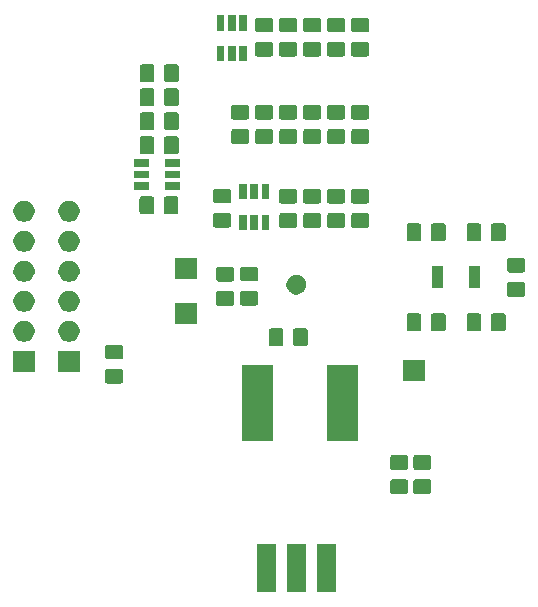
<source format=gts>
G04 #@! TF.GenerationSoftware,KiCad,Pcbnew,(5.1.6)-1*
G04 #@! TF.CreationDate,2021-02-22T13:26:00+01:00*
G04 #@! TF.ProjectId,SoundModulev2,536f756e-644d-46f6-9475-6c6576322e6b,rev?*
G04 #@! TF.SameCoordinates,Original*
G04 #@! TF.FileFunction,Soldermask,Top*
G04 #@! TF.FilePolarity,Negative*
%FSLAX46Y46*%
G04 Gerber Fmt 4.6, Leading zero omitted, Abs format (unit mm)*
G04 Created by KiCad (PCBNEW (5.1.6)-1) date 2021-02-22 13:26:00*
%MOMM*%
%LPD*%
G01*
G04 APERTURE LIST*
%ADD10C,0.100000*%
G04 APERTURE END LIST*
D10*
G36*
X125834340Y-103969520D02*
G01*
X124208340Y-103969520D01*
X124208340Y-99867520D01*
X125834340Y-99867520D01*
X125834340Y-103969520D01*
G37*
G36*
X123294340Y-103969520D02*
G01*
X121668340Y-103969520D01*
X121668340Y-99867520D01*
X123294340Y-99867520D01*
X123294340Y-103969520D01*
G37*
G36*
X120754340Y-103969520D02*
G01*
X119128340Y-103969520D01*
X119128340Y-99867520D01*
X120754340Y-99867520D01*
X120754340Y-103969520D01*
G37*
G36*
X131723794Y-94435645D02*
G01*
X131761487Y-94447079D01*
X131796223Y-94465646D01*
X131826668Y-94490632D01*
X131851654Y-94521077D01*
X131870221Y-94555813D01*
X131881655Y-94593506D01*
X131886120Y-94638841D01*
X131886120Y-95475519D01*
X131881655Y-95520854D01*
X131870221Y-95558547D01*
X131851654Y-95593283D01*
X131826668Y-95623728D01*
X131796223Y-95648714D01*
X131761487Y-95667281D01*
X131723794Y-95678715D01*
X131678459Y-95683180D01*
X130591781Y-95683180D01*
X130546446Y-95678715D01*
X130508753Y-95667281D01*
X130474017Y-95648714D01*
X130443572Y-95623728D01*
X130418586Y-95593283D01*
X130400019Y-95558547D01*
X130388585Y-95520854D01*
X130384120Y-95475519D01*
X130384120Y-94638841D01*
X130388585Y-94593506D01*
X130400019Y-94555813D01*
X130418586Y-94521077D01*
X130443572Y-94490632D01*
X130474017Y-94465646D01*
X130508753Y-94447079D01*
X130546446Y-94435645D01*
X130591781Y-94431180D01*
X131678459Y-94431180D01*
X131723794Y-94435645D01*
G37*
G36*
X133692294Y-94435645D02*
G01*
X133729987Y-94447079D01*
X133764723Y-94465646D01*
X133795168Y-94490632D01*
X133820154Y-94521077D01*
X133838721Y-94555813D01*
X133850155Y-94593506D01*
X133854620Y-94638841D01*
X133854620Y-95475519D01*
X133850155Y-95520854D01*
X133838721Y-95558547D01*
X133820154Y-95593283D01*
X133795168Y-95623728D01*
X133764723Y-95648714D01*
X133729987Y-95667281D01*
X133692294Y-95678715D01*
X133646959Y-95683180D01*
X132560281Y-95683180D01*
X132514946Y-95678715D01*
X132477253Y-95667281D01*
X132442517Y-95648714D01*
X132412072Y-95623728D01*
X132387086Y-95593283D01*
X132368519Y-95558547D01*
X132357085Y-95520854D01*
X132352620Y-95475519D01*
X132352620Y-94638841D01*
X132357085Y-94593506D01*
X132368519Y-94555813D01*
X132387086Y-94521077D01*
X132412072Y-94490632D01*
X132442517Y-94465646D01*
X132477253Y-94447079D01*
X132514946Y-94435645D01*
X132560281Y-94431180D01*
X133646959Y-94431180D01*
X133692294Y-94435645D01*
G37*
G36*
X133692294Y-92385645D02*
G01*
X133729987Y-92397079D01*
X133764723Y-92415646D01*
X133795168Y-92440632D01*
X133820154Y-92471077D01*
X133838721Y-92505813D01*
X133850155Y-92543506D01*
X133854620Y-92588841D01*
X133854620Y-93425519D01*
X133850155Y-93470854D01*
X133838721Y-93508547D01*
X133820154Y-93543283D01*
X133795168Y-93573728D01*
X133764723Y-93598714D01*
X133729987Y-93617281D01*
X133692294Y-93628715D01*
X133646959Y-93633180D01*
X132560281Y-93633180D01*
X132514946Y-93628715D01*
X132477253Y-93617281D01*
X132442517Y-93598714D01*
X132412072Y-93573728D01*
X132387086Y-93543283D01*
X132368519Y-93508547D01*
X132357085Y-93470854D01*
X132352620Y-93425519D01*
X132352620Y-92588841D01*
X132357085Y-92543506D01*
X132368519Y-92505813D01*
X132387086Y-92471077D01*
X132412072Y-92440632D01*
X132442517Y-92415646D01*
X132477253Y-92397079D01*
X132514946Y-92385645D01*
X132560281Y-92381180D01*
X133646959Y-92381180D01*
X133692294Y-92385645D01*
G37*
G36*
X131723794Y-92385645D02*
G01*
X131761487Y-92397079D01*
X131796223Y-92415646D01*
X131826668Y-92440632D01*
X131851654Y-92471077D01*
X131870221Y-92505813D01*
X131881655Y-92543506D01*
X131886120Y-92588841D01*
X131886120Y-93425519D01*
X131881655Y-93470854D01*
X131870221Y-93508547D01*
X131851654Y-93543283D01*
X131826668Y-93573728D01*
X131796223Y-93598714D01*
X131761487Y-93617281D01*
X131723794Y-93628715D01*
X131678459Y-93633180D01*
X130591781Y-93633180D01*
X130546446Y-93628715D01*
X130508753Y-93617281D01*
X130474017Y-93598714D01*
X130443572Y-93573728D01*
X130418586Y-93543283D01*
X130400019Y-93508547D01*
X130388585Y-93470854D01*
X130384120Y-93425519D01*
X130384120Y-92588841D01*
X130388585Y-92543506D01*
X130400019Y-92505813D01*
X130418586Y-92471077D01*
X130443572Y-92440632D01*
X130474017Y-92415646D01*
X130508753Y-92397079D01*
X130546446Y-92385645D01*
X130591781Y-92381180D01*
X131678459Y-92381180D01*
X131723794Y-92385645D01*
G37*
G36*
X127634620Y-91195680D02*
G01*
X125032620Y-91195680D01*
X125032620Y-84793680D01*
X127634620Y-84793680D01*
X127634620Y-91195680D01*
G37*
G36*
X120434620Y-91195680D02*
G01*
X117832620Y-91195680D01*
X117832620Y-84793680D01*
X120434620Y-84793680D01*
X120434620Y-91195680D01*
G37*
G36*
X107593794Y-85083145D02*
G01*
X107631487Y-85094579D01*
X107666223Y-85113146D01*
X107696668Y-85138132D01*
X107721654Y-85168577D01*
X107740221Y-85203313D01*
X107751655Y-85241006D01*
X107756120Y-85286341D01*
X107756120Y-86123019D01*
X107751655Y-86168354D01*
X107740221Y-86206047D01*
X107721654Y-86240783D01*
X107696668Y-86271228D01*
X107666223Y-86296214D01*
X107631487Y-86314781D01*
X107593794Y-86326215D01*
X107548459Y-86330680D01*
X106461781Y-86330680D01*
X106416446Y-86326215D01*
X106378753Y-86314781D01*
X106344017Y-86296214D01*
X106313572Y-86271228D01*
X106288586Y-86240783D01*
X106270019Y-86206047D01*
X106258585Y-86168354D01*
X106254120Y-86123019D01*
X106254120Y-85286341D01*
X106258585Y-85241006D01*
X106270019Y-85203313D01*
X106288586Y-85168577D01*
X106313572Y-85138132D01*
X106344017Y-85113146D01*
X106378753Y-85094579D01*
X106416446Y-85083145D01*
X106461781Y-85078680D01*
X107548459Y-85078680D01*
X107593794Y-85083145D01*
G37*
G36*
X133306120Y-86097680D02*
G01*
X131504120Y-86097680D01*
X131504120Y-84295680D01*
X133306120Y-84295680D01*
X133306120Y-86097680D01*
G37*
G36*
X100286120Y-85335680D02*
G01*
X98484120Y-85335680D01*
X98484120Y-83533680D01*
X100286120Y-83533680D01*
X100286120Y-85335680D01*
G37*
G36*
X104096120Y-85335680D02*
G01*
X102294120Y-85335680D01*
X102294120Y-83533680D01*
X104096120Y-83533680D01*
X104096120Y-85335680D01*
G37*
G36*
X107593794Y-83033145D02*
G01*
X107631487Y-83044579D01*
X107666223Y-83063146D01*
X107696668Y-83088132D01*
X107721654Y-83118577D01*
X107740221Y-83153313D01*
X107751655Y-83191006D01*
X107756120Y-83236341D01*
X107756120Y-84073019D01*
X107751655Y-84118354D01*
X107740221Y-84156047D01*
X107721654Y-84190783D01*
X107696668Y-84221228D01*
X107666223Y-84246214D01*
X107631487Y-84264781D01*
X107593794Y-84276215D01*
X107548459Y-84280680D01*
X106461781Y-84280680D01*
X106416446Y-84276215D01*
X106378753Y-84264781D01*
X106344017Y-84246214D01*
X106313572Y-84221228D01*
X106288586Y-84190783D01*
X106270019Y-84156047D01*
X106258585Y-84118354D01*
X106254120Y-84073019D01*
X106254120Y-83236341D01*
X106258585Y-83191006D01*
X106270019Y-83153313D01*
X106288586Y-83118577D01*
X106313572Y-83088132D01*
X106344017Y-83063146D01*
X106378753Y-83044579D01*
X106416446Y-83033145D01*
X106461781Y-83028680D01*
X107548459Y-83028680D01*
X107593794Y-83033145D01*
G37*
G36*
X123234794Y-81656145D02*
G01*
X123272487Y-81667579D01*
X123307223Y-81686146D01*
X123337668Y-81711132D01*
X123362654Y-81741577D01*
X123381221Y-81776313D01*
X123392655Y-81814006D01*
X123397120Y-81859341D01*
X123397120Y-82946019D01*
X123392655Y-82991354D01*
X123381221Y-83029047D01*
X123362654Y-83063783D01*
X123337668Y-83094228D01*
X123307223Y-83119214D01*
X123272487Y-83137781D01*
X123234794Y-83149215D01*
X123189459Y-83153680D01*
X122352781Y-83153680D01*
X122307446Y-83149215D01*
X122269753Y-83137781D01*
X122235017Y-83119214D01*
X122204572Y-83094228D01*
X122179586Y-83063783D01*
X122161019Y-83029047D01*
X122149585Y-82991354D01*
X122145120Y-82946019D01*
X122145120Y-81859341D01*
X122149585Y-81814006D01*
X122161019Y-81776313D01*
X122179586Y-81741577D01*
X122204572Y-81711132D01*
X122235017Y-81686146D01*
X122269753Y-81667579D01*
X122307446Y-81656145D01*
X122352781Y-81651680D01*
X123189459Y-81651680D01*
X123234794Y-81656145D01*
G37*
G36*
X121184794Y-81656145D02*
G01*
X121222487Y-81667579D01*
X121257223Y-81686146D01*
X121287668Y-81711132D01*
X121312654Y-81741577D01*
X121331221Y-81776313D01*
X121342655Y-81814006D01*
X121347120Y-81859341D01*
X121347120Y-82946019D01*
X121342655Y-82991354D01*
X121331221Y-83029047D01*
X121312654Y-83063783D01*
X121287668Y-83094228D01*
X121257223Y-83119214D01*
X121222487Y-83137781D01*
X121184794Y-83149215D01*
X121139459Y-83153680D01*
X120302781Y-83153680D01*
X120257446Y-83149215D01*
X120219753Y-83137781D01*
X120185017Y-83119214D01*
X120154572Y-83094228D01*
X120129586Y-83063783D01*
X120111019Y-83029047D01*
X120099585Y-82991354D01*
X120095120Y-82946019D01*
X120095120Y-81859341D01*
X120099585Y-81814006D01*
X120111019Y-81776313D01*
X120129586Y-81741577D01*
X120154572Y-81711132D01*
X120185017Y-81686146D01*
X120219753Y-81667579D01*
X120257446Y-81656145D01*
X120302781Y-81651680D01*
X121139459Y-81651680D01*
X121184794Y-81656145D01*
G37*
G36*
X99498632Y-80998607D02*
G01*
X99647932Y-81028304D01*
X99811904Y-81096224D01*
X99959474Y-81194827D01*
X100084973Y-81320326D01*
X100183576Y-81467896D01*
X100251496Y-81631868D01*
X100286120Y-81805939D01*
X100286120Y-81983421D01*
X100251496Y-82157492D01*
X100183576Y-82321464D01*
X100084973Y-82469034D01*
X99959474Y-82594533D01*
X99811904Y-82693136D01*
X99647932Y-82761056D01*
X99498632Y-82790753D01*
X99473862Y-82795680D01*
X99296378Y-82795680D01*
X99271608Y-82790753D01*
X99122308Y-82761056D01*
X98958336Y-82693136D01*
X98810766Y-82594533D01*
X98685267Y-82469034D01*
X98586664Y-82321464D01*
X98518744Y-82157492D01*
X98484120Y-81983421D01*
X98484120Y-81805939D01*
X98518744Y-81631868D01*
X98586664Y-81467896D01*
X98685267Y-81320326D01*
X98810766Y-81194827D01*
X98958336Y-81096224D01*
X99122308Y-81028304D01*
X99271608Y-80998607D01*
X99296378Y-80993680D01*
X99473862Y-80993680D01*
X99498632Y-80998607D01*
G37*
G36*
X103308632Y-80998607D02*
G01*
X103457932Y-81028304D01*
X103621904Y-81096224D01*
X103769474Y-81194827D01*
X103894973Y-81320326D01*
X103993576Y-81467896D01*
X104061496Y-81631868D01*
X104096120Y-81805939D01*
X104096120Y-81983421D01*
X104061496Y-82157492D01*
X103993576Y-82321464D01*
X103894973Y-82469034D01*
X103769474Y-82594533D01*
X103621904Y-82693136D01*
X103457932Y-82761056D01*
X103308632Y-82790753D01*
X103283862Y-82795680D01*
X103106378Y-82795680D01*
X103081608Y-82790753D01*
X102932308Y-82761056D01*
X102768336Y-82693136D01*
X102620766Y-82594533D01*
X102495267Y-82469034D01*
X102396664Y-82321464D01*
X102328744Y-82157492D01*
X102294120Y-81983421D01*
X102294120Y-81805939D01*
X102328744Y-81631868D01*
X102396664Y-81467896D01*
X102495267Y-81320326D01*
X102620766Y-81194827D01*
X102768336Y-81096224D01*
X102932308Y-81028304D01*
X103081608Y-80998607D01*
X103106378Y-80993680D01*
X103283862Y-80993680D01*
X103308632Y-80998607D01*
G37*
G36*
X132859794Y-80386145D02*
G01*
X132897487Y-80397579D01*
X132932223Y-80416146D01*
X132962668Y-80441132D01*
X132987654Y-80471577D01*
X133006221Y-80506313D01*
X133017655Y-80544006D01*
X133022120Y-80589341D01*
X133022120Y-81676019D01*
X133017655Y-81721354D01*
X133006221Y-81759047D01*
X132987654Y-81793783D01*
X132962668Y-81824228D01*
X132932223Y-81849214D01*
X132897487Y-81867781D01*
X132859794Y-81879215D01*
X132814459Y-81883680D01*
X131977781Y-81883680D01*
X131932446Y-81879215D01*
X131894753Y-81867781D01*
X131860017Y-81849214D01*
X131829572Y-81824228D01*
X131804586Y-81793783D01*
X131786019Y-81759047D01*
X131774585Y-81721354D01*
X131770120Y-81676019D01*
X131770120Y-80589341D01*
X131774585Y-80544006D01*
X131786019Y-80506313D01*
X131804586Y-80471577D01*
X131829572Y-80441132D01*
X131860017Y-80416146D01*
X131894753Y-80397579D01*
X131932446Y-80386145D01*
X131977781Y-80381680D01*
X132814459Y-80381680D01*
X132859794Y-80386145D01*
G37*
G36*
X134909794Y-80386145D02*
G01*
X134947487Y-80397579D01*
X134982223Y-80416146D01*
X135012668Y-80441132D01*
X135037654Y-80471577D01*
X135056221Y-80506313D01*
X135067655Y-80544006D01*
X135072120Y-80589341D01*
X135072120Y-81676019D01*
X135067655Y-81721354D01*
X135056221Y-81759047D01*
X135037654Y-81793783D01*
X135012668Y-81824228D01*
X134982223Y-81849214D01*
X134947487Y-81867781D01*
X134909794Y-81879215D01*
X134864459Y-81883680D01*
X134027781Y-81883680D01*
X133982446Y-81879215D01*
X133944753Y-81867781D01*
X133910017Y-81849214D01*
X133879572Y-81824228D01*
X133854586Y-81793783D01*
X133836019Y-81759047D01*
X133824585Y-81721354D01*
X133820120Y-81676019D01*
X133820120Y-80589341D01*
X133824585Y-80544006D01*
X133836019Y-80506313D01*
X133854586Y-80471577D01*
X133879572Y-80441132D01*
X133910017Y-80416146D01*
X133944753Y-80397579D01*
X133982446Y-80386145D01*
X134027781Y-80381680D01*
X134864459Y-80381680D01*
X134909794Y-80386145D01*
G37*
G36*
X137939794Y-80386145D02*
G01*
X137977487Y-80397579D01*
X138012223Y-80416146D01*
X138042668Y-80441132D01*
X138067654Y-80471577D01*
X138086221Y-80506313D01*
X138097655Y-80544006D01*
X138102120Y-80589341D01*
X138102120Y-81676019D01*
X138097655Y-81721354D01*
X138086221Y-81759047D01*
X138067654Y-81793783D01*
X138042668Y-81824228D01*
X138012223Y-81849214D01*
X137977487Y-81867781D01*
X137939794Y-81879215D01*
X137894459Y-81883680D01*
X137057781Y-81883680D01*
X137012446Y-81879215D01*
X136974753Y-81867781D01*
X136940017Y-81849214D01*
X136909572Y-81824228D01*
X136884586Y-81793783D01*
X136866019Y-81759047D01*
X136854585Y-81721354D01*
X136850120Y-81676019D01*
X136850120Y-80589341D01*
X136854585Y-80544006D01*
X136866019Y-80506313D01*
X136884586Y-80471577D01*
X136909572Y-80441132D01*
X136940017Y-80416146D01*
X136974753Y-80397579D01*
X137012446Y-80386145D01*
X137057781Y-80381680D01*
X137894459Y-80381680D01*
X137939794Y-80386145D01*
G37*
G36*
X139989794Y-80386145D02*
G01*
X140027487Y-80397579D01*
X140062223Y-80416146D01*
X140092668Y-80441132D01*
X140117654Y-80471577D01*
X140136221Y-80506313D01*
X140147655Y-80544006D01*
X140152120Y-80589341D01*
X140152120Y-81676019D01*
X140147655Y-81721354D01*
X140136221Y-81759047D01*
X140117654Y-81793783D01*
X140092668Y-81824228D01*
X140062223Y-81849214D01*
X140027487Y-81867781D01*
X139989794Y-81879215D01*
X139944459Y-81883680D01*
X139107781Y-81883680D01*
X139062446Y-81879215D01*
X139024753Y-81867781D01*
X138990017Y-81849214D01*
X138959572Y-81824228D01*
X138934586Y-81793783D01*
X138916019Y-81759047D01*
X138904585Y-81721354D01*
X138900120Y-81676019D01*
X138900120Y-80589341D01*
X138904585Y-80544006D01*
X138916019Y-80506313D01*
X138934586Y-80471577D01*
X138959572Y-80441132D01*
X138990017Y-80416146D01*
X139024753Y-80397579D01*
X139062446Y-80386145D01*
X139107781Y-80381680D01*
X139944459Y-80381680D01*
X139989794Y-80386145D01*
G37*
G36*
X114002120Y-81271680D02*
G01*
X112200120Y-81271680D01*
X112200120Y-79469680D01*
X114002120Y-79469680D01*
X114002120Y-81271680D01*
G37*
G36*
X103308632Y-78458607D02*
G01*
X103457932Y-78488304D01*
X103621904Y-78556224D01*
X103769474Y-78654827D01*
X103894973Y-78780326D01*
X103993576Y-78927896D01*
X104061496Y-79091868D01*
X104096120Y-79265939D01*
X104096120Y-79443421D01*
X104061496Y-79617492D01*
X103993576Y-79781464D01*
X103894973Y-79929034D01*
X103769474Y-80054533D01*
X103621904Y-80153136D01*
X103457932Y-80221056D01*
X103308632Y-80250753D01*
X103283862Y-80255680D01*
X103106378Y-80255680D01*
X103081608Y-80250753D01*
X102932308Y-80221056D01*
X102768336Y-80153136D01*
X102620766Y-80054533D01*
X102495267Y-79929034D01*
X102396664Y-79781464D01*
X102328744Y-79617492D01*
X102294120Y-79443421D01*
X102294120Y-79265939D01*
X102328744Y-79091868D01*
X102396664Y-78927896D01*
X102495267Y-78780326D01*
X102620766Y-78654827D01*
X102768336Y-78556224D01*
X102932308Y-78488304D01*
X103081608Y-78458607D01*
X103106378Y-78453680D01*
X103283862Y-78453680D01*
X103308632Y-78458607D01*
G37*
G36*
X99498632Y-78458607D02*
G01*
X99647932Y-78488304D01*
X99811904Y-78556224D01*
X99959474Y-78654827D01*
X100084973Y-78780326D01*
X100183576Y-78927896D01*
X100251496Y-79091868D01*
X100286120Y-79265939D01*
X100286120Y-79443421D01*
X100251496Y-79617492D01*
X100183576Y-79781464D01*
X100084973Y-79929034D01*
X99959474Y-80054533D01*
X99811904Y-80153136D01*
X99647932Y-80221056D01*
X99498632Y-80250753D01*
X99473862Y-80255680D01*
X99296378Y-80255680D01*
X99271608Y-80250753D01*
X99122308Y-80221056D01*
X98958336Y-80153136D01*
X98810766Y-80054533D01*
X98685267Y-79929034D01*
X98586664Y-79781464D01*
X98518744Y-79617492D01*
X98484120Y-79443421D01*
X98484120Y-79265939D01*
X98518744Y-79091868D01*
X98586664Y-78927896D01*
X98685267Y-78780326D01*
X98810766Y-78654827D01*
X98958336Y-78556224D01*
X99122308Y-78488304D01*
X99271608Y-78458607D01*
X99296378Y-78453680D01*
X99473862Y-78453680D01*
X99498632Y-78458607D01*
G37*
G36*
X116991794Y-78488145D02*
G01*
X117029487Y-78499579D01*
X117064223Y-78518146D01*
X117094668Y-78543132D01*
X117119654Y-78573577D01*
X117138221Y-78608313D01*
X117149655Y-78646006D01*
X117154120Y-78691341D01*
X117154120Y-79528019D01*
X117149655Y-79573354D01*
X117138221Y-79611047D01*
X117119654Y-79645783D01*
X117094668Y-79676228D01*
X117064223Y-79701214D01*
X117029487Y-79719781D01*
X116991794Y-79731215D01*
X116946459Y-79735680D01*
X115859781Y-79735680D01*
X115814446Y-79731215D01*
X115776753Y-79719781D01*
X115742017Y-79701214D01*
X115711572Y-79676228D01*
X115686586Y-79645783D01*
X115668019Y-79611047D01*
X115656585Y-79573354D01*
X115652120Y-79528019D01*
X115652120Y-78691341D01*
X115656585Y-78646006D01*
X115668019Y-78608313D01*
X115686586Y-78573577D01*
X115711572Y-78543132D01*
X115742017Y-78518146D01*
X115776753Y-78499579D01*
X115814446Y-78488145D01*
X115859781Y-78483680D01*
X116946459Y-78483680D01*
X116991794Y-78488145D01*
G37*
G36*
X119023794Y-78479145D02*
G01*
X119061487Y-78490579D01*
X119096223Y-78509146D01*
X119126668Y-78534132D01*
X119151654Y-78564577D01*
X119170221Y-78599313D01*
X119181655Y-78637006D01*
X119186120Y-78682341D01*
X119186120Y-79519019D01*
X119181655Y-79564354D01*
X119170221Y-79602047D01*
X119151654Y-79636783D01*
X119126668Y-79667228D01*
X119096223Y-79692214D01*
X119061487Y-79710781D01*
X119023794Y-79722215D01*
X118978459Y-79726680D01*
X117891781Y-79726680D01*
X117846446Y-79722215D01*
X117808753Y-79710781D01*
X117774017Y-79692214D01*
X117743572Y-79667228D01*
X117718586Y-79636783D01*
X117700019Y-79602047D01*
X117688585Y-79564354D01*
X117684120Y-79519019D01*
X117684120Y-78682341D01*
X117688585Y-78637006D01*
X117700019Y-78599313D01*
X117718586Y-78564577D01*
X117743572Y-78534132D01*
X117774017Y-78509146D01*
X117808753Y-78490579D01*
X117846446Y-78479145D01*
X117891781Y-78474680D01*
X118978459Y-78474680D01*
X119023794Y-78479145D01*
G37*
G36*
X141629794Y-77726145D02*
G01*
X141667487Y-77737579D01*
X141702223Y-77756146D01*
X141732668Y-77781132D01*
X141757654Y-77811577D01*
X141776221Y-77846313D01*
X141787655Y-77884006D01*
X141792120Y-77929341D01*
X141792120Y-78766019D01*
X141787655Y-78811354D01*
X141776221Y-78849047D01*
X141757654Y-78883783D01*
X141732668Y-78914228D01*
X141702223Y-78939214D01*
X141667487Y-78957781D01*
X141629794Y-78969215D01*
X141584459Y-78973680D01*
X140497781Y-78973680D01*
X140452446Y-78969215D01*
X140414753Y-78957781D01*
X140380017Y-78939214D01*
X140349572Y-78914228D01*
X140324586Y-78883783D01*
X140306019Y-78849047D01*
X140294585Y-78811354D01*
X140290120Y-78766019D01*
X140290120Y-77929341D01*
X140294585Y-77884006D01*
X140306019Y-77846313D01*
X140324586Y-77811577D01*
X140349572Y-77781132D01*
X140380017Y-77756146D01*
X140414753Y-77737579D01*
X140452446Y-77726145D01*
X140497781Y-77721680D01*
X141584459Y-77721680D01*
X141629794Y-77726145D01*
G37*
G36*
X122673014Y-77159614D02*
G01*
X122824244Y-77222256D01*
X122824246Y-77222257D01*
X122960352Y-77313200D01*
X123076100Y-77428948D01*
X123166818Y-77564718D01*
X123167044Y-77565056D01*
X123229686Y-77716286D01*
X123261620Y-77876832D01*
X123261620Y-78040528D01*
X123229686Y-78201074D01*
X123199611Y-78273680D01*
X123167043Y-78352306D01*
X123076100Y-78488412D01*
X122960352Y-78604160D01*
X122824246Y-78695103D01*
X122824245Y-78695104D01*
X122824244Y-78695104D01*
X122673014Y-78757746D01*
X122512468Y-78789680D01*
X122348772Y-78789680D01*
X122188226Y-78757746D01*
X122036996Y-78695104D01*
X122036995Y-78695104D01*
X122036994Y-78695103D01*
X121900888Y-78604160D01*
X121785140Y-78488412D01*
X121694197Y-78352306D01*
X121661629Y-78273680D01*
X121631554Y-78201074D01*
X121599620Y-78040528D01*
X121599620Y-77876832D01*
X121631554Y-77716286D01*
X121694196Y-77565056D01*
X121694422Y-77564718D01*
X121785140Y-77428948D01*
X121900888Y-77313200D01*
X122036994Y-77222257D01*
X122036996Y-77222256D01*
X122188226Y-77159614D01*
X122348772Y-77127680D01*
X122512468Y-77127680D01*
X122673014Y-77159614D01*
G37*
G36*
X138012120Y-78273680D02*
G01*
X137060120Y-78273680D01*
X137060120Y-76371680D01*
X138012120Y-76371680D01*
X138012120Y-78273680D01*
G37*
G36*
X134862120Y-78273680D02*
G01*
X133910120Y-78273680D01*
X133910120Y-76371680D01*
X134862120Y-76371680D01*
X134862120Y-78273680D01*
G37*
G36*
X99498632Y-75918607D02*
G01*
X99647932Y-75948304D01*
X99811904Y-76016224D01*
X99959474Y-76114827D01*
X100084973Y-76240326D01*
X100183576Y-76387896D01*
X100251496Y-76551868D01*
X100269773Y-76643755D01*
X100286120Y-76725938D01*
X100286120Y-76903422D01*
X100282090Y-76923680D01*
X100251496Y-77077492D01*
X100183576Y-77241464D01*
X100084973Y-77389034D01*
X99959474Y-77514533D01*
X99811904Y-77613136D01*
X99647932Y-77681056D01*
X99498632Y-77710753D01*
X99473862Y-77715680D01*
X99296378Y-77715680D01*
X99271608Y-77710753D01*
X99122308Y-77681056D01*
X98958336Y-77613136D01*
X98810766Y-77514533D01*
X98685267Y-77389034D01*
X98586664Y-77241464D01*
X98518744Y-77077492D01*
X98488150Y-76923680D01*
X98484120Y-76903422D01*
X98484120Y-76725938D01*
X98500467Y-76643755D01*
X98518744Y-76551868D01*
X98586664Y-76387896D01*
X98685267Y-76240326D01*
X98810766Y-76114827D01*
X98958336Y-76016224D01*
X99122308Y-75948304D01*
X99271608Y-75918607D01*
X99296378Y-75913680D01*
X99473862Y-75913680D01*
X99498632Y-75918607D01*
G37*
G36*
X103308632Y-75918607D02*
G01*
X103457932Y-75948304D01*
X103621904Y-76016224D01*
X103769474Y-76114827D01*
X103894973Y-76240326D01*
X103993576Y-76387896D01*
X104061496Y-76551868D01*
X104079773Y-76643755D01*
X104096120Y-76725938D01*
X104096120Y-76903422D01*
X104092090Y-76923680D01*
X104061496Y-77077492D01*
X103993576Y-77241464D01*
X103894973Y-77389034D01*
X103769474Y-77514533D01*
X103621904Y-77613136D01*
X103457932Y-77681056D01*
X103308632Y-77710753D01*
X103283862Y-77715680D01*
X103106378Y-77715680D01*
X103081608Y-77710753D01*
X102932308Y-77681056D01*
X102768336Y-77613136D01*
X102620766Y-77514533D01*
X102495267Y-77389034D01*
X102396664Y-77241464D01*
X102328744Y-77077492D01*
X102298150Y-76923680D01*
X102294120Y-76903422D01*
X102294120Y-76725938D01*
X102310467Y-76643755D01*
X102328744Y-76551868D01*
X102396664Y-76387896D01*
X102495267Y-76240326D01*
X102620766Y-76114827D01*
X102768336Y-76016224D01*
X102932308Y-75948304D01*
X103081608Y-75918607D01*
X103106378Y-75913680D01*
X103283862Y-75913680D01*
X103308632Y-75918607D01*
G37*
G36*
X116991794Y-76438145D02*
G01*
X117029487Y-76449579D01*
X117064223Y-76468146D01*
X117094668Y-76493132D01*
X117119654Y-76523577D01*
X117138221Y-76558313D01*
X117149655Y-76596006D01*
X117154120Y-76641341D01*
X117154120Y-77478019D01*
X117149655Y-77523354D01*
X117138221Y-77561047D01*
X117119654Y-77595783D01*
X117094668Y-77626228D01*
X117064223Y-77651214D01*
X117029487Y-77669781D01*
X116991794Y-77681215D01*
X116946459Y-77685680D01*
X115859781Y-77685680D01*
X115814446Y-77681215D01*
X115776753Y-77669781D01*
X115742017Y-77651214D01*
X115711572Y-77626228D01*
X115686586Y-77595783D01*
X115668019Y-77561047D01*
X115656585Y-77523354D01*
X115652120Y-77478019D01*
X115652120Y-76641341D01*
X115656585Y-76596006D01*
X115668019Y-76558313D01*
X115686586Y-76523577D01*
X115711572Y-76493132D01*
X115742017Y-76468146D01*
X115776753Y-76449579D01*
X115814446Y-76438145D01*
X115859781Y-76433680D01*
X116946459Y-76433680D01*
X116991794Y-76438145D01*
G37*
G36*
X119023794Y-76429145D02*
G01*
X119061487Y-76440579D01*
X119096223Y-76459146D01*
X119126668Y-76484132D01*
X119151654Y-76514577D01*
X119170221Y-76549313D01*
X119181655Y-76587006D01*
X119186120Y-76632341D01*
X119186120Y-77469019D01*
X119181655Y-77514354D01*
X119170221Y-77552047D01*
X119151654Y-77586783D01*
X119126668Y-77617228D01*
X119096223Y-77642214D01*
X119061487Y-77660781D01*
X119023794Y-77672215D01*
X118978459Y-77676680D01*
X117891781Y-77676680D01*
X117846446Y-77672215D01*
X117808753Y-77660781D01*
X117774017Y-77642214D01*
X117743572Y-77617228D01*
X117718586Y-77586783D01*
X117700019Y-77552047D01*
X117688585Y-77514354D01*
X117684120Y-77469019D01*
X117684120Y-76632341D01*
X117688585Y-76587006D01*
X117700019Y-76549313D01*
X117718586Y-76514577D01*
X117743572Y-76484132D01*
X117774017Y-76459146D01*
X117808753Y-76440579D01*
X117846446Y-76429145D01*
X117891781Y-76424680D01*
X118978459Y-76424680D01*
X119023794Y-76429145D01*
G37*
G36*
X114002120Y-77461680D02*
G01*
X112200120Y-77461680D01*
X112200120Y-75659680D01*
X114002120Y-75659680D01*
X114002120Y-77461680D01*
G37*
G36*
X141629794Y-75676145D02*
G01*
X141667487Y-75687579D01*
X141702223Y-75706146D01*
X141732668Y-75731132D01*
X141757654Y-75761577D01*
X141776221Y-75796313D01*
X141787655Y-75834006D01*
X141792120Y-75879341D01*
X141792120Y-76716019D01*
X141787655Y-76761354D01*
X141776221Y-76799047D01*
X141757654Y-76833783D01*
X141732668Y-76864228D01*
X141702223Y-76889214D01*
X141667487Y-76907781D01*
X141629794Y-76919215D01*
X141584459Y-76923680D01*
X140497781Y-76923680D01*
X140452446Y-76919215D01*
X140414753Y-76907781D01*
X140380017Y-76889214D01*
X140349572Y-76864228D01*
X140324586Y-76833783D01*
X140306019Y-76799047D01*
X140294585Y-76761354D01*
X140290120Y-76716019D01*
X140290120Y-75879341D01*
X140294585Y-75834006D01*
X140306019Y-75796313D01*
X140324586Y-75761577D01*
X140349572Y-75731132D01*
X140380017Y-75706146D01*
X140414753Y-75687579D01*
X140452446Y-75676145D01*
X140497781Y-75671680D01*
X141584459Y-75671680D01*
X141629794Y-75676145D01*
G37*
G36*
X103308632Y-73378607D02*
G01*
X103457932Y-73408304D01*
X103621904Y-73476224D01*
X103769474Y-73574827D01*
X103894973Y-73700326D01*
X103993576Y-73847896D01*
X104061496Y-74011868D01*
X104096120Y-74185939D01*
X104096120Y-74363421D01*
X104061496Y-74537492D01*
X103993576Y-74701464D01*
X103894973Y-74849034D01*
X103769474Y-74974533D01*
X103621904Y-75073136D01*
X103457932Y-75141056D01*
X103308632Y-75170753D01*
X103283862Y-75175680D01*
X103106378Y-75175680D01*
X103081608Y-75170753D01*
X102932308Y-75141056D01*
X102768336Y-75073136D01*
X102620766Y-74974533D01*
X102495267Y-74849034D01*
X102396664Y-74701464D01*
X102328744Y-74537492D01*
X102294120Y-74363421D01*
X102294120Y-74185939D01*
X102328744Y-74011868D01*
X102396664Y-73847896D01*
X102495267Y-73700326D01*
X102620766Y-73574827D01*
X102768336Y-73476224D01*
X102932308Y-73408304D01*
X103081608Y-73378607D01*
X103106378Y-73373680D01*
X103283862Y-73373680D01*
X103308632Y-73378607D01*
G37*
G36*
X99498632Y-73378607D02*
G01*
X99647932Y-73408304D01*
X99811904Y-73476224D01*
X99959474Y-73574827D01*
X100084973Y-73700326D01*
X100183576Y-73847896D01*
X100251496Y-74011868D01*
X100286120Y-74185939D01*
X100286120Y-74363421D01*
X100251496Y-74537492D01*
X100183576Y-74701464D01*
X100084973Y-74849034D01*
X99959474Y-74974533D01*
X99811904Y-75073136D01*
X99647932Y-75141056D01*
X99498632Y-75170753D01*
X99473862Y-75175680D01*
X99296378Y-75175680D01*
X99271608Y-75170753D01*
X99122308Y-75141056D01*
X98958336Y-75073136D01*
X98810766Y-74974533D01*
X98685267Y-74849034D01*
X98586664Y-74701464D01*
X98518744Y-74537492D01*
X98484120Y-74363421D01*
X98484120Y-74185939D01*
X98518744Y-74011868D01*
X98586664Y-73847896D01*
X98685267Y-73700326D01*
X98810766Y-73574827D01*
X98958336Y-73476224D01*
X99122308Y-73408304D01*
X99271608Y-73378607D01*
X99296378Y-73373680D01*
X99473862Y-73373680D01*
X99498632Y-73378607D01*
G37*
G36*
X137939794Y-72766145D02*
G01*
X137977487Y-72777579D01*
X138012223Y-72796146D01*
X138042668Y-72821132D01*
X138067654Y-72851577D01*
X138086221Y-72886313D01*
X138097655Y-72924006D01*
X138102120Y-72969341D01*
X138102120Y-74056019D01*
X138097655Y-74101354D01*
X138086221Y-74139047D01*
X138067654Y-74173783D01*
X138042668Y-74204228D01*
X138012223Y-74229214D01*
X137977487Y-74247781D01*
X137939794Y-74259215D01*
X137894459Y-74263680D01*
X137057781Y-74263680D01*
X137012446Y-74259215D01*
X136974753Y-74247781D01*
X136940017Y-74229214D01*
X136909572Y-74204228D01*
X136884586Y-74173783D01*
X136866019Y-74139047D01*
X136854585Y-74101354D01*
X136850120Y-74056019D01*
X136850120Y-72969341D01*
X136854585Y-72924006D01*
X136866019Y-72886313D01*
X136884586Y-72851577D01*
X136909572Y-72821132D01*
X136940017Y-72796146D01*
X136974753Y-72777579D01*
X137012446Y-72766145D01*
X137057781Y-72761680D01*
X137894459Y-72761680D01*
X137939794Y-72766145D01*
G37*
G36*
X134909794Y-72766145D02*
G01*
X134947487Y-72777579D01*
X134982223Y-72796146D01*
X135012668Y-72821132D01*
X135037654Y-72851577D01*
X135056221Y-72886313D01*
X135067655Y-72924006D01*
X135072120Y-72969341D01*
X135072120Y-74056019D01*
X135067655Y-74101354D01*
X135056221Y-74139047D01*
X135037654Y-74173783D01*
X135012668Y-74204228D01*
X134982223Y-74229214D01*
X134947487Y-74247781D01*
X134909794Y-74259215D01*
X134864459Y-74263680D01*
X134027781Y-74263680D01*
X133982446Y-74259215D01*
X133944753Y-74247781D01*
X133910017Y-74229214D01*
X133879572Y-74204228D01*
X133854586Y-74173783D01*
X133836019Y-74139047D01*
X133824585Y-74101354D01*
X133820120Y-74056019D01*
X133820120Y-72969341D01*
X133824585Y-72924006D01*
X133836019Y-72886313D01*
X133854586Y-72851577D01*
X133879572Y-72821132D01*
X133910017Y-72796146D01*
X133944753Y-72777579D01*
X133982446Y-72766145D01*
X134027781Y-72761680D01*
X134864459Y-72761680D01*
X134909794Y-72766145D01*
G37*
G36*
X139989794Y-72766145D02*
G01*
X140027487Y-72777579D01*
X140062223Y-72796146D01*
X140092668Y-72821132D01*
X140117654Y-72851577D01*
X140136221Y-72886313D01*
X140147655Y-72924006D01*
X140152120Y-72969341D01*
X140152120Y-74056019D01*
X140147655Y-74101354D01*
X140136221Y-74139047D01*
X140117654Y-74173783D01*
X140092668Y-74204228D01*
X140062223Y-74229214D01*
X140027487Y-74247781D01*
X139989794Y-74259215D01*
X139944459Y-74263680D01*
X139107781Y-74263680D01*
X139062446Y-74259215D01*
X139024753Y-74247781D01*
X138990017Y-74229214D01*
X138959572Y-74204228D01*
X138934586Y-74173783D01*
X138916019Y-74139047D01*
X138904585Y-74101354D01*
X138900120Y-74056019D01*
X138900120Y-72969341D01*
X138904585Y-72924006D01*
X138916019Y-72886313D01*
X138934586Y-72851577D01*
X138959572Y-72821132D01*
X138990017Y-72796146D01*
X139024753Y-72777579D01*
X139062446Y-72766145D01*
X139107781Y-72761680D01*
X139944459Y-72761680D01*
X139989794Y-72766145D01*
G37*
G36*
X132859794Y-72766145D02*
G01*
X132897487Y-72777579D01*
X132932223Y-72796146D01*
X132962668Y-72821132D01*
X132987654Y-72851577D01*
X133006221Y-72886313D01*
X133017655Y-72924006D01*
X133022120Y-72969341D01*
X133022120Y-74056019D01*
X133017655Y-74101354D01*
X133006221Y-74139047D01*
X132987654Y-74173783D01*
X132962668Y-74204228D01*
X132932223Y-74229214D01*
X132897487Y-74247781D01*
X132859794Y-74259215D01*
X132814459Y-74263680D01*
X131977781Y-74263680D01*
X131932446Y-74259215D01*
X131894753Y-74247781D01*
X131860017Y-74229214D01*
X131829572Y-74204228D01*
X131804586Y-74173783D01*
X131786019Y-74139047D01*
X131774585Y-74101354D01*
X131770120Y-74056019D01*
X131770120Y-72969341D01*
X131774585Y-72924006D01*
X131786019Y-72886313D01*
X131804586Y-72851577D01*
X131829572Y-72821132D01*
X131860017Y-72796146D01*
X131894753Y-72777579D01*
X131932446Y-72766145D01*
X131977781Y-72761680D01*
X132814459Y-72761680D01*
X132859794Y-72766145D01*
G37*
G36*
X118253120Y-73350880D02*
G01*
X117601120Y-73350880D01*
X117601120Y-72048880D01*
X118253120Y-72048880D01*
X118253120Y-73350880D01*
G37*
G36*
X119203120Y-73350880D02*
G01*
X118551120Y-73350880D01*
X118551120Y-72048880D01*
X119203120Y-72048880D01*
X119203120Y-73350880D01*
G37*
G36*
X120153120Y-73350880D02*
G01*
X119501120Y-73350880D01*
X119501120Y-72048880D01*
X120153120Y-72048880D01*
X120153120Y-73350880D01*
G37*
G36*
X128421794Y-71893145D02*
G01*
X128459487Y-71904579D01*
X128494223Y-71923146D01*
X128524668Y-71948132D01*
X128549654Y-71978577D01*
X128568221Y-72013313D01*
X128579655Y-72051006D01*
X128584120Y-72096341D01*
X128584120Y-72933019D01*
X128579655Y-72978354D01*
X128568221Y-73016047D01*
X128549654Y-73050783D01*
X128524668Y-73081228D01*
X128494223Y-73106214D01*
X128459487Y-73124781D01*
X128421794Y-73136215D01*
X128376459Y-73140680D01*
X127289781Y-73140680D01*
X127244446Y-73136215D01*
X127206753Y-73124781D01*
X127172017Y-73106214D01*
X127141572Y-73081228D01*
X127116586Y-73050783D01*
X127098019Y-73016047D01*
X127086585Y-72978354D01*
X127082120Y-72933019D01*
X127082120Y-72096341D01*
X127086585Y-72051006D01*
X127098019Y-72013313D01*
X127116586Y-71978577D01*
X127141572Y-71948132D01*
X127172017Y-71923146D01*
X127206753Y-71904579D01*
X127244446Y-71893145D01*
X127289781Y-71888680D01*
X128376459Y-71888680D01*
X128421794Y-71893145D01*
G37*
G36*
X122325794Y-71893145D02*
G01*
X122363487Y-71904579D01*
X122398223Y-71923146D01*
X122428668Y-71948132D01*
X122453654Y-71978577D01*
X122472221Y-72013313D01*
X122483655Y-72051006D01*
X122488120Y-72096341D01*
X122488120Y-72933019D01*
X122483655Y-72978354D01*
X122472221Y-73016047D01*
X122453654Y-73050783D01*
X122428668Y-73081228D01*
X122398223Y-73106214D01*
X122363487Y-73124781D01*
X122325794Y-73136215D01*
X122280459Y-73140680D01*
X121193781Y-73140680D01*
X121148446Y-73136215D01*
X121110753Y-73124781D01*
X121076017Y-73106214D01*
X121045572Y-73081228D01*
X121020586Y-73050783D01*
X121002019Y-73016047D01*
X120990585Y-72978354D01*
X120986120Y-72933019D01*
X120986120Y-72096341D01*
X120990585Y-72051006D01*
X121002019Y-72013313D01*
X121020586Y-71978577D01*
X121045572Y-71948132D01*
X121076017Y-71923146D01*
X121110753Y-71904579D01*
X121148446Y-71893145D01*
X121193781Y-71888680D01*
X122280459Y-71888680D01*
X122325794Y-71893145D01*
G37*
G36*
X124357794Y-71893145D02*
G01*
X124395487Y-71904579D01*
X124430223Y-71923146D01*
X124460668Y-71948132D01*
X124485654Y-71978577D01*
X124504221Y-72013313D01*
X124515655Y-72051006D01*
X124520120Y-72096341D01*
X124520120Y-72933019D01*
X124515655Y-72978354D01*
X124504221Y-73016047D01*
X124485654Y-73050783D01*
X124460668Y-73081228D01*
X124430223Y-73106214D01*
X124395487Y-73124781D01*
X124357794Y-73136215D01*
X124312459Y-73140680D01*
X123225781Y-73140680D01*
X123180446Y-73136215D01*
X123142753Y-73124781D01*
X123108017Y-73106214D01*
X123077572Y-73081228D01*
X123052586Y-73050783D01*
X123034019Y-73016047D01*
X123022585Y-72978354D01*
X123018120Y-72933019D01*
X123018120Y-72096341D01*
X123022585Y-72051006D01*
X123034019Y-72013313D01*
X123052586Y-71978577D01*
X123077572Y-71948132D01*
X123108017Y-71923146D01*
X123142753Y-71904579D01*
X123180446Y-71893145D01*
X123225781Y-71888680D01*
X124312459Y-71888680D01*
X124357794Y-71893145D01*
G37*
G36*
X126389794Y-71893145D02*
G01*
X126427487Y-71904579D01*
X126462223Y-71923146D01*
X126492668Y-71948132D01*
X126517654Y-71978577D01*
X126536221Y-72013313D01*
X126547655Y-72051006D01*
X126552120Y-72096341D01*
X126552120Y-72933019D01*
X126547655Y-72978354D01*
X126536221Y-73016047D01*
X126517654Y-73050783D01*
X126492668Y-73081228D01*
X126462223Y-73106214D01*
X126427487Y-73124781D01*
X126389794Y-73136215D01*
X126344459Y-73140680D01*
X125257781Y-73140680D01*
X125212446Y-73136215D01*
X125174753Y-73124781D01*
X125140017Y-73106214D01*
X125109572Y-73081228D01*
X125084586Y-73050783D01*
X125066019Y-73016047D01*
X125054585Y-72978354D01*
X125050120Y-72933019D01*
X125050120Y-72096341D01*
X125054585Y-72051006D01*
X125066019Y-72013313D01*
X125084586Y-71978577D01*
X125109572Y-71948132D01*
X125140017Y-71923146D01*
X125174753Y-71904579D01*
X125212446Y-71893145D01*
X125257781Y-71888680D01*
X126344459Y-71888680D01*
X126389794Y-71893145D01*
G37*
G36*
X116737794Y-71875145D02*
G01*
X116775487Y-71886579D01*
X116810223Y-71905146D01*
X116840668Y-71930132D01*
X116865654Y-71960577D01*
X116884221Y-71995313D01*
X116895655Y-72033006D01*
X116900120Y-72078341D01*
X116900120Y-72915019D01*
X116895655Y-72960354D01*
X116884221Y-72998047D01*
X116865654Y-73032783D01*
X116840668Y-73063228D01*
X116810223Y-73088214D01*
X116775487Y-73106781D01*
X116737794Y-73118215D01*
X116692459Y-73122680D01*
X115605781Y-73122680D01*
X115560446Y-73118215D01*
X115522753Y-73106781D01*
X115488017Y-73088214D01*
X115457572Y-73063228D01*
X115432586Y-73032783D01*
X115414019Y-72998047D01*
X115402585Y-72960354D01*
X115398120Y-72915019D01*
X115398120Y-72078341D01*
X115402585Y-72033006D01*
X115414019Y-71995313D01*
X115432586Y-71960577D01*
X115457572Y-71930132D01*
X115488017Y-71905146D01*
X115522753Y-71886579D01*
X115560446Y-71875145D01*
X115605781Y-71870680D01*
X116692459Y-71870680D01*
X116737794Y-71875145D01*
G37*
G36*
X99498632Y-70838607D02*
G01*
X99647932Y-70868304D01*
X99811904Y-70936224D01*
X99959474Y-71034827D01*
X100084973Y-71160326D01*
X100183576Y-71307896D01*
X100251496Y-71471868D01*
X100286120Y-71645939D01*
X100286120Y-71823421D01*
X100251496Y-71997492D01*
X100183576Y-72161464D01*
X100084973Y-72309034D01*
X99959474Y-72434533D01*
X99811904Y-72533136D01*
X99647932Y-72601056D01*
X99498632Y-72630753D01*
X99473862Y-72635680D01*
X99296378Y-72635680D01*
X99271608Y-72630753D01*
X99122308Y-72601056D01*
X98958336Y-72533136D01*
X98810766Y-72434533D01*
X98685267Y-72309034D01*
X98586664Y-72161464D01*
X98518744Y-71997492D01*
X98484120Y-71823421D01*
X98484120Y-71645939D01*
X98518744Y-71471868D01*
X98586664Y-71307896D01*
X98685267Y-71160326D01*
X98810766Y-71034827D01*
X98958336Y-70936224D01*
X99122308Y-70868304D01*
X99271608Y-70838607D01*
X99296378Y-70833680D01*
X99473862Y-70833680D01*
X99498632Y-70838607D01*
G37*
G36*
X103308632Y-70838607D02*
G01*
X103457932Y-70868304D01*
X103621904Y-70936224D01*
X103769474Y-71034827D01*
X103894973Y-71160326D01*
X103993576Y-71307896D01*
X104061496Y-71471868D01*
X104096120Y-71645939D01*
X104096120Y-71823421D01*
X104061496Y-71997492D01*
X103993576Y-72161464D01*
X103894973Y-72309034D01*
X103769474Y-72434533D01*
X103621904Y-72533136D01*
X103457932Y-72601056D01*
X103308632Y-72630753D01*
X103283862Y-72635680D01*
X103106378Y-72635680D01*
X103081608Y-72630753D01*
X102932308Y-72601056D01*
X102768336Y-72533136D01*
X102620766Y-72434533D01*
X102495267Y-72309034D01*
X102396664Y-72161464D01*
X102328744Y-71997492D01*
X102294120Y-71823421D01*
X102294120Y-71645939D01*
X102328744Y-71471868D01*
X102396664Y-71307896D01*
X102495267Y-71160326D01*
X102620766Y-71034827D01*
X102768336Y-70936224D01*
X102932308Y-70868304D01*
X103081608Y-70838607D01*
X103106378Y-70833680D01*
X103283862Y-70833680D01*
X103308632Y-70838607D01*
G37*
G36*
X112294794Y-70480145D02*
G01*
X112332487Y-70491579D01*
X112367223Y-70510146D01*
X112397668Y-70535132D01*
X112422654Y-70565577D01*
X112441221Y-70600313D01*
X112452655Y-70638006D01*
X112457120Y-70683341D01*
X112457120Y-71770019D01*
X112452655Y-71815354D01*
X112441221Y-71853047D01*
X112422654Y-71887783D01*
X112397668Y-71918228D01*
X112367223Y-71943214D01*
X112332487Y-71961781D01*
X112294794Y-71973215D01*
X112249459Y-71977680D01*
X111412781Y-71977680D01*
X111367446Y-71973215D01*
X111329753Y-71961781D01*
X111295017Y-71943214D01*
X111264572Y-71918228D01*
X111239586Y-71887783D01*
X111221019Y-71853047D01*
X111209585Y-71815354D01*
X111205120Y-71770019D01*
X111205120Y-70683341D01*
X111209585Y-70638006D01*
X111221019Y-70600313D01*
X111239586Y-70565577D01*
X111264572Y-70535132D01*
X111295017Y-70510146D01*
X111329753Y-70491579D01*
X111367446Y-70480145D01*
X111412781Y-70475680D01*
X112249459Y-70475680D01*
X112294794Y-70480145D01*
G37*
G36*
X110244794Y-70480145D02*
G01*
X110282487Y-70491579D01*
X110317223Y-70510146D01*
X110347668Y-70535132D01*
X110372654Y-70565577D01*
X110391221Y-70600313D01*
X110402655Y-70638006D01*
X110407120Y-70683341D01*
X110407120Y-71770019D01*
X110402655Y-71815354D01*
X110391221Y-71853047D01*
X110372654Y-71887783D01*
X110347668Y-71918228D01*
X110317223Y-71943214D01*
X110282487Y-71961781D01*
X110244794Y-71973215D01*
X110199459Y-71977680D01*
X109362781Y-71977680D01*
X109317446Y-71973215D01*
X109279753Y-71961781D01*
X109245017Y-71943214D01*
X109214572Y-71918228D01*
X109189586Y-71887783D01*
X109171019Y-71853047D01*
X109159585Y-71815354D01*
X109155120Y-71770019D01*
X109155120Y-70683341D01*
X109159585Y-70638006D01*
X109171019Y-70600313D01*
X109189586Y-70565577D01*
X109214572Y-70535132D01*
X109245017Y-70510146D01*
X109279753Y-70491579D01*
X109317446Y-70480145D01*
X109362781Y-70475680D01*
X110199459Y-70475680D01*
X110244794Y-70480145D01*
G37*
G36*
X126389794Y-69843145D02*
G01*
X126427487Y-69854579D01*
X126462223Y-69873146D01*
X126492668Y-69898132D01*
X126517654Y-69928577D01*
X126536221Y-69963313D01*
X126547655Y-70001006D01*
X126552120Y-70046341D01*
X126552120Y-70883019D01*
X126547655Y-70928354D01*
X126536221Y-70966047D01*
X126517654Y-71000783D01*
X126492668Y-71031228D01*
X126462223Y-71056214D01*
X126427487Y-71074781D01*
X126389794Y-71086215D01*
X126344459Y-71090680D01*
X125257781Y-71090680D01*
X125212446Y-71086215D01*
X125174753Y-71074781D01*
X125140017Y-71056214D01*
X125109572Y-71031228D01*
X125084586Y-71000783D01*
X125066019Y-70966047D01*
X125054585Y-70928354D01*
X125050120Y-70883019D01*
X125050120Y-70046341D01*
X125054585Y-70001006D01*
X125066019Y-69963313D01*
X125084586Y-69928577D01*
X125109572Y-69898132D01*
X125140017Y-69873146D01*
X125174753Y-69854579D01*
X125212446Y-69843145D01*
X125257781Y-69838680D01*
X126344459Y-69838680D01*
X126389794Y-69843145D01*
G37*
G36*
X128421794Y-69843145D02*
G01*
X128459487Y-69854579D01*
X128494223Y-69873146D01*
X128524668Y-69898132D01*
X128549654Y-69928577D01*
X128568221Y-69963313D01*
X128579655Y-70001006D01*
X128584120Y-70046341D01*
X128584120Y-70883019D01*
X128579655Y-70928354D01*
X128568221Y-70966047D01*
X128549654Y-71000783D01*
X128524668Y-71031228D01*
X128494223Y-71056214D01*
X128459487Y-71074781D01*
X128421794Y-71086215D01*
X128376459Y-71090680D01*
X127289781Y-71090680D01*
X127244446Y-71086215D01*
X127206753Y-71074781D01*
X127172017Y-71056214D01*
X127141572Y-71031228D01*
X127116586Y-71000783D01*
X127098019Y-70966047D01*
X127086585Y-70928354D01*
X127082120Y-70883019D01*
X127082120Y-70046341D01*
X127086585Y-70001006D01*
X127098019Y-69963313D01*
X127116586Y-69928577D01*
X127141572Y-69898132D01*
X127172017Y-69873146D01*
X127206753Y-69854579D01*
X127244446Y-69843145D01*
X127289781Y-69838680D01*
X128376459Y-69838680D01*
X128421794Y-69843145D01*
G37*
G36*
X124357794Y-69843145D02*
G01*
X124395487Y-69854579D01*
X124430223Y-69873146D01*
X124460668Y-69898132D01*
X124485654Y-69928577D01*
X124504221Y-69963313D01*
X124515655Y-70001006D01*
X124520120Y-70046341D01*
X124520120Y-70883019D01*
X124515655Y-70928354D01*
X124504221Y-70966047D01*
X124485654Y-71000783D01*
X124460668Y-71031228D01*
X124430223Y-71056214D01*
X124395487Y-71074781D01*
X124357794Y-71086215D01*
X124312459Y-71090680D01*
X123225781Y-71090680D01*
X123180446Y-71086215D01*
X123142753Y-71074781D01*
X123108017Y-71056214D01*
X123077572Y-71031228D01*
X123052586Y-71000783D01*
X123034019Y-70966047D01*
X123022585Y-70928354D01*
X123018120Y-70883019D01*
X123018120Y-70046341D01*
X123022585Y-70001006D01*
X123034019Y-69963313D01*
X123052586Y-69928577D01*
X123077572Y-69898132D01*
X123108017Y-69873146D01*
X123142753Y-69854579D01*
X123180446Y-69843145D01*
X123225781Y-69838680D01*
X124312459Y-69838680D01*
X124357794Y-69843145D01*
G37*
G36*
X122325794Y-69843145D02*
G01*
X122363487Y-69854579D01*
X122398223Y-69873146D01*
X122428668Y-69898132D01*
X122453654Y-69928577D01*
X122472221Y-69963313D01*
X122483655Y-70001006D01*
X122488120Y-70046341D01*
X122488120Y-70883019D01*
X122483655Y-70928354D01*
X122472221Y-70966047D01*
X122453654Y-71000783D01*
X122428668Y-71031228D01*
X122398223Y-71056214D01*
X122363487Y-71074781D01*
X122325794Y-71086215D01*
X122280459Y-71090680D01*
X121193781Y-71090680D01*
X121148446Y-71086215D01*
X121110753Y-71074781D01*
X121076017Y-71056214D01*
X121045572Y-71031228D01*
X121020586Y-71000783D01*
X121002019Y-70966047D01*
X120990585Y-70928354D01*
X120986120Y-70883019D01*
X120986120Y-70046341D01*
X120990585Y-70001006D01*
X121002019Y-69963313D01*
X121020586Y-69928577D01*
X121045572Y-69898132D01*
X121076017Y-69873146D01*
X121110753Y-69854579D01*
X121148446Y-69843145D01*
X121193781Y-69838680D01*
X122280459Y-69838680D01*
X122325794Y-69843145D01*
G37*
G36*
X116737794Y-69825145D02*
G01*
X116775487Y-69836579D01*
X116810223Y-69855146D01*
X116840668Y-69880132D01*
X116865654Y-69910577D01*
X116884221Y-69945313D01*
X116895655Y-69983006D01*
X116900120Y-70028341D01*
X116900120Y-70865019D01*
X116895655Y-70910354D01*
X116884221Y-70948047D01*
X116865654Y-70982783D01*
X116840668Y-71013228D01*
X116810223Y-71038214D01*
X116775487Y-71056781D01*
X116737794Y-71068215D01*
X116692459Y-71072680D01*
X115605781Y-71072680D01*
X115560446Y-71068215D01*
X115522753Y-71056781D01*
X115488017Y-71038214D01*
X115457572Y-71013228D01*
X115432586Y-70982783D01*
X115414019Y-70948047D01*
X115402585Y-70910354D01*
X115398120Y-70865019D01*
X115398120Y-70028341D01*
X115402585Y-69983006D01*
X115414019Y-69945313D01*
X115432586Y-69910577D01*
X115457572Y-69880132D01*
X115488017Y-69855146D01*
X115522753Y-69836579D01*
X115560446Y-69825145D01*
X115605781Y-69820680D01*
X116692459Y-69820680D01*
X116737794Y-69825145D01*
G37*
G36*
X119203120Y-70734680D02*
G01*
X118551120Y-70734680D01*
X118551120Y-69432680D01*
X119203120Y-69432680D01*
X119203120Y-70734680D01*
G37*
G36*
X120153120Y-70734680D02*
G01*
X119501120Y-70734680D01*
X119501120Y-69432680D01*
X120153120Y-69432680D01*
X120153120Y-70734680D01*
G37*
G36*
X118253120Y-70734680D02*
G01*
X117601120Y-70734680D01*
X117601120Y-69432680D01*
X118253120Y-69432680D01*
X118253120Y-70734680D01*
G37*
G36*
X109992920Y-69896680D02*
G01*
X108690920Y-69896680D01*
X108690920Y-69244680D01*
X109992920Y-69244680D01*
X109992920Y-69896680D01*
G37*
G36*
X112609120Y-69896680D02*
G01*
X111307120Y-69896680D01*
X111307120Y-69244680D01*
X112609120Y-69244680D01*
X112609120Y-69896680D01*
G37*
G36*
X109992920Y-68946680D02*
G01*
X108690920Y-68946680D01*
X108690920Y-68294680D01*
X109992920Y-68294680D01*
X109992920Y-68946680D01*
G37*
G36*
X112609120Y-68946680D02*
G01*
X111307120Y-68946680D01*
X111307120Y-68294680D01*
X112609120Y-68294680D01*
X112609120Y-68946680D01*
G37*
G36*
X109992920Y-67996680D02*
G01*
X108690920Y-67996680D01*
X108690920Y-67344680D01*
X109992920Y-67344680D01*
X109992920Y-67996680D01*
G37*
G36*
X112609120Y-67996680D02*
G01*
X111307120Y-67996680D01*
X111307120Y-67344680D01*
X112609120Y-67344680D01*
X112609120Y-67996680D01*
G37*
G36*
X110253794Y-65400145D02*
G01*
X110291487Y-65411579D01*
X110326223Y-65430146D01*
X110356668Y-65455132D01*
X110381654Y-65485577D01*
X110400221Y-65520313D01*
X110411655Y-65558006D01*
X110416120Y-65603341D01*
X110416120Y-66690019D01*
X110411655Y-66735354D01*
X110400221Y-66773047D01*
X110381654Y-66807783D01*
X110356668Y-66838228D01*
X110326223Y-66863214D01*
X110291487Y-66881781D01*
X110253794Y-66893215D01*
X110208459Y-66897680D01*
X109371781Y-66897680D01*
X109326446Y-66893215D01*
X109288753Y-66881781D01*
X109254017Y-66863214D01*
X109223572Y-66838228D01*
X109198586Y-66807783D01*
X109180019Y-66773047D01*
X109168585Y-66735354D01*
X109164120Y-66690019D01*
X109164120Y-65603341D01*
X109168585Y-65558006D01*
X109180019Y-65520313D01*
X109198586Y-65485577D01*
X109223572Y-65455132D01*
X109254017Y-65430146D01*
X109288753Y-65411579D01*
X109326446Y-65400145D01*
X109371781Y-65395680D01*
X110208459Y-65395680D01*
X110253794Y-65400145D01*
G37*
G36*
X112303794Y-65400145D02*
G01*
X112341487Y-65411579D01*
X112376223Y-65430146D01*
X112406668Y-65455132D01*
X112431654Y-65485577D01*
X112450221Y-65520313D01*
X112461655Y-65558006D01*
X112466120Y-65603341D01*
X112466120Y-66690019D01*
X112461655Y-66735354D01*
X112450221Y-66773047D01*
X112431654Y-66807783D01*
X112406668Y-66838228D01*
X112376223Y-66863214D01*
X112341487Y-66881781D01*
X112303794Y-66893215D01*
X112258459Y-66897680D01*
X111421781Y-66897680D01*
X111376446Y-66893215D01*
X111338753Y-66881781D01*
X111304017Y-66863214D01*
X111273572Y-66838228D01*
X111248586Y-66807783D01*
X111230019Y-66773047D01*
X111218585Y-66735354D01*
X111214120Y-66690019D01*
X111214120Y-65603341D01*
X111218585Y-65558006D01*
X111230019Y-65520313D01*
X111248586Y-65485577D01*
X111273572Y-65455132D01*
X111304017Y-65430146D01*
X111338753Y-65411579D01*
X111376446Y-65400145D01*
X111421781Y-65395680D01*
X112258459Y-65395680D01*
X112303794Y-65400145D01*
G37*
G36*
X126389794Y-64781145D02*
G01*
X126427487Y-64792579D01*
X126462223Y-64811146D01*
X126492668Y-64836132D01*
X126517654Y-64866577D01*
X126536221Y-64901313D01*
X126547655Y-64939006D01*
X126552120Y-64984341D01*
X126552120Y-65821019D01*
X126547655Y-65866354D01*
X126536221Y-65904047D01*
X126517654Y-65938783D01*
X126492668Y-65969228D01*
X126462223Y-65994214D01*
X126427487Y-66012781D01*
X126389794Y-66024215D01*
X126344459Y-66028680D01*
X125257781Y-66028680D01*
X125212446Y-66024215D01*
X125174753Y-66012781D01*
X125140017Y-65994214D01*
X125109572Y-65969228D01*
X125084586Y-65938783D01*
X125066019Y-65904047D01*
X125054585Y-65866354D01*
X125050120Y-65821019D01*
X125050120Y-64984341D01*
X125054585Y-64939006D01*
X125066019Y-64901313D01*
X125084586Y-64866577D01*
X125109572Y-64836132D01*
X125140017Y-64811146D01*
X125174753Y-64792579D01*
X125212446Y-64781145D01*
X125257781Y-64776680D01*
X126344459Y-64776680D01*
X126389794Y-64781145D01*
G37*
G36*
X128421794Y-64781145D02*
G01*
X128459487Y-64792579D01*
X128494223Y-64811146D01*
X128524668Y-64836132D01*
X128549654Y-64866577D01*
X128568221Y-64901313D01*
X128579655Y-64939006D01*
X128584120Y-64984341D01*
X128584120Y-65821019D01*
X128579655Y-65866354D01*
X128568221Y-65904047D01*
X128549654Y-65938783D01*
X128524668Y-65969228D01*
X128494223Y-65994214D01*
X128459487Y-66012781D01*
X128421794Y-66024215D01*
X128376459Y-66028680D01*
X127289781Y-66028680D01*
X127244446Y-66024215D01*
X127206753Y-66012781D01*
X127172017Y-65994214D01*
X127141572Y-65969228D01*
X127116586Y-65938783D01*
X127098019Y-65904047D01*
X127086585Y-65866354D01*
X127082120Y-65821019D01*
X127082120Y-64984341D01*
X127086585Y-64939006D01*
X127098019Y-64901313D01*
X127116586Y-64866577D01*
X127141572Y-64836132D01*
X127172017Y-64811146D01*
X127206753Y-64792579D01*
X127244446Y-64781145D01*
X127289781Y-64776680D01*
X128376459Y-64776680D01*
X128421794Y-64781145D01*
G37*
G36*
X124357794Y-64781145D02*
G01*
X124395487Y-64792579D01*
X124430223Y-64811146D01*
X124460668Y-64836132D01*
X124485654Y-64866577D01*
X124504221Y-64901313D01*
X124515655Y-64939006D01*
X124520120Y-64984341D01*
X124520120Y-65821019D01*
X124515655Y-65866354D01*
X124504221Y-65904047D01*
X124485654Y-65938783D01*
X124460668Y-65969228D01*
X124430223Y-65994214D01*
X124395487Y-66012781D01*
X124357794Y-66024215D01*
X124312459Y-66028680D01*
X123225781Y-66028680D01*
X123180446Y-66024215D01*
X123142753Y-66012781D01*
X123108017Y-65994214D01*
X123077572Y-65969228D01*
X123052586Y-65938783D01*
X123034019Y-65904047D01*
X123022585Y-65866354D01*
X123018120Y-65821019D01*
X123018120Y-64984341D01*
X123022585Y-64939006D01*
X123034019Y-64901313D01*
X123052586Y-64866577D01*
X123077572Y-64836132D01*
X123108017Y-64811146D01*
X123142753Y-64792579D01*
X123180446Y-64781145D01*
X123225781Y-64776680D01*
X124312459Y-64776680D01*
X124357794Y-64781145D01*
G37*
G36*
X122325794Y-64781145D02*
G01*
X122363487Y-64792579D01*
X122398223Y-64811146D01*
X122428668Y-64836132D01*
X122453654Y-64866577D01*
X122472221Y-64901313D01*
X122483655Y-64939006D01*
X122488120Y-64984341D01*
X122488120Y-65821019D01*
X122483655Y-65866354D01*
X122472221Y-65904047D01*
X122453654Y-65938783D01*
X122428668Y-65969228D01*
X122398223Y-65994214D01*
X122363487Y-66012781D01*
X122325794Y-66024215D01*
X122280459Y-66028680D01*
X121193781Y-66028680D01*
X121148446Y-66024215D01*
X121110753Y-66012781D01*
X121076017Y-65994214D01*
X121045572Y-65969228D01*
X121020586Y-65938783D01*
X121002019Y-65904047D01*
X120990585Y-65866354D01*
X120986120Y-65821019D01*
X120986120Y-64984341D01*
X120990585Y-64939006D01*
X121002019Y-64901313D01*
X121020586Y-64866577D01*
X121045572Y-64836132D01*
X121076017Y-64811146D01*
X121110753Y-64792579D01*
X121148446Y-64781145D01*
X121193781Y-64776680D01*
X122280459Y-64776680D01*
X122325794Y-64781145D01*
G37*
G36*
X120293794Y-64781145D02*
G01*
X120331487Y-64792579D01*
X120366223Y-64811146D01*
X120396668Y-64836132D01*
X120421654Y-64866577D01*
X120440221Y-64901313D01*
X120451655Y-64939006D01*
X120456120Y-64984341D01*
X120456120Y-65821019D01*
X120451655Y-65866354D01*
X120440221Y-65904047D01*
X120421654Y-65938783D01*
X120396668Y-65969228D01*
X120366223Y-65994214D01*
X120331487Y-66012781D01*
X120293794Y-66024215D01*
X120248459Y-66028680D01*
X119161781Y-66028680D01*
X119116446Y-66024215D01*
X119078753Y-66012781D01*
X119044017Y-65994214D01*
X119013572Y-65969228D01*
X118988586Y-65938783D01*
X118970019Y-65904047D01*
X118958585Y-65866354D01*
X118954120Y-65821019D01*
X118954120Y-64984341D01*
X118958585Y-64939006D01*
X118970019Y-64901313D01*
X118988586Y-64866577D01*
X119013572Y-64836132D01*
X119044017Y-64811146D01*
X119078753Y-64792579D01*
X119116446Y-64781145D01*
X119161781Y-64776680D01*
X120248459Y-64776680D01*
X120293794Y-64781145D01*
G37*
G36*
X118261794Y-64781145D02*
G01*
X118299487Y-64792579D01*
X118334223Y-64811146D01*
X118364668Y-64836132D01*
X118389654Y-64866577D01*
X118408221Y-64901313D01*
X118419655Y-64939006D01*
X118424120Y-64984341D01*
X118424120Y-65821019D01*
X118419655Y-65866354D01*
X118408221Y-65904047D01*
X118389654Y-65938783D01*
X118364668Y-65969228D01*
X118334223Y-65994214D01*
X118299487Y-66012781D01*
X118261794Y-66024215D01*
X118216459Y-66028680D01*
X117129781Y-66028680D01*
X117084446Y-66024215D01*
X117046753Y-66012781D01*
X117012017Y-65994214D01*
X116981572Y-65969228D01*
X116956586Y-65938783D01*
X116938019Y-65904047D01*
X116926585Y-65866354D01*
X116922120Y-65821019D01*
X116922120Y-64984341D01*
X116926585Y-64939006D01*
X116938019Y-64901313D01*
X116956586Y-64866577D01*
X116981572Y-64836132D01*
X117012017Y-64811146D01*
X117046753Y-64792579D01*
X117084446Y-64781145D01*
X117129781Y-64776680D01*
X118216459Y-64776680D01*
X118261794Y-64781145D01*
G37*
G36*
X110262794Y-63368145D02*
G01*
X110300487Y-63379579D01*
X110335223Y-63398146D01*
X110365668Y-63423132D01*
X110390654Y-63453577D01*
X110409221Y-63488313D01*
X110420655Y-63526006D01*
X110425120Y-63571341D01*
X110425120Y-64658019D01*
X110420655Y-64703354D01*
X110409221Y-64741047D01*
X110390654Y-64775783D01*
X110365668Y-64806228D01*
X110335223Y-64831214D01*
X110300487Y-64849781D01*
X110262794Y-64861215D01*
X110217459Y-64865680D01*
X109380781Y-64865680D01*
X109335446Y-64861215D01*
X109297753Y-64849781D01*
X109263017Y-64831214D01*
X109232572Y-64806228D01*
X109207586Y-64775783D01*
X109189019Y-64741047D01*
X109177585Y-64703354D01*
X109173120Y-64658019D01*
X109173120Y-63571341D01*
X109177585Y-63526006D01*
X109189019Y-63488313D01*
X109207586Y-63453577D01*
X109232572Y-63423132D01*
X109263017Y-63398146D01*
X109297753Y-63379579D01*
X109335446Y-63368145D01*
X109380781Y-63363680D01*
X110217459Y-63363680D01*
X110262794Y-63368145D01*
G37*
G36*
X112312794Y-63368145D02*
G01*
X112350487Y-63379579D01*
X112385223Y-63398146D01*
X112415668Y-63423132D01*
X112440654Y-63453577D01*
X112459221Y-63488313D01*
X112470655Y-63526006D01*
X112475120Y-63571341D01*
X112475120Y-64658019D01*
X112470655Y-64703354D01*
X112459221Y-64741047D01*
X112440654Y-64775783D01*
X112415668Y-64806228D01*
X112385223Y-64831214D01*
X112350487Y-64849781D01*
X112312794Y-64861215D01*
X112267459Y-64865680D01*
X111430781Y-64865680D01*
X111385446Y-64861215D01*
X111347753Y-64849781D01*
X111313017Y-64831214D01*
X111282572Y-64806228D01*
X111257586Y-64775783D01*
X111239019Y-64741047D01*
X111227585Y-64703354D01*
X111223120Y-64658019D01*
X111223120Y-63571341D01*
X111227585Y-63526006D01*
X111239019Y-63488313D01*
X111257586Y-63453577D01*
X111282572Y-63423132D01*
X111313017Y-63398146D01*
X111347753Y-63379579D01*
X111385446Y-63368145D01*
X111430781Y-63363680D01*
X112267459Y-63363680D01*
X112312794Y-63368145D01*
G37*
G36*
X120293794Y-62731145D02*
G01*
X120331487Y-62742579D01*
X120366223Y-62761146D01*
X120396668Y-62786132D01*
X120421654Y-62816577D01*
X120440221Y-62851313D01*
X120451655Y-62889006D01*
X120456120Y-62934341D01*
X120456120Y-63771019D01*
X120451655Y-63816354D01*
X120440221Y-63854047D01*
X120421654Y-63888783D01*
X120396668Y-63919228D01*
X120366223Y-63944214D01*
X120331487Y-63962781D01*
X120293794Y-63974215D01*
X120248459Y-63978680D01*
X119161781Y-63978680D01*
X119116446Y-63974215D01*
X119078753Y-63962781D01*
X119044017Y-63944214D01*
X119013572Y-63919228D01*
X118988586Y-63888783D01*
X118970019Y-63854047D01*
X118958585Y-63816354D01*
X118954120Y-63771019D01*
X118954120Y-62934341D01*
X118958585Y-62889006D01*
X118970019Y-62851313D01*
X118988586Y-62816577D01*
X119013572Y-62786132D01*
X119044017Y-62761146D01*
X119078753Y-62742579D01*
X119116446Y-62731145D01*
X119161781Y-62726680D01*
X120248459Y-62726680D01*
X120293794Y-62731145D01*
G37*
G36*
X118261794Y-62731145D02*
G01*
X118299487Y-62742579D01*
X118334223Y-62761146D01*
X118364668Y-62786132D01*
X118389654Y-62816577D01*
X118408221Y-62851313D01*
X118419655Y-62889006D01*
X118424120Y-62934341D01*
X118424120Y-63771019D01*
X118419655Y-63816354D01*
X118408221Y-63854047D01*
X118389654Y-63888783D01*
X118364668Y-63919228D01*
X118334223Y-63944214D01*
X118299487Y-63962781D01*
X118261794Y-63974215D01*
X118216459Y-63978680D01*
X117129781Y-63978680D01*
X117084446Y-63974215D01*
X117046753Y-63962781D01*
X117012017Y-63944214D01*
X116981572Y-63919228D01*
X116956586Y-63888783D01*
X116938019Y-63854047D01*
X116926585Y-63816354D01*
X116922120Y-63771019D01*
X116922120Y-62934341D01*
X116926585Y-62889006D01*
X116938019Y-62851313D01*
X116956586Y-62816577D01*
X116981572Y-62786132D01*
X117012017Y-62761146D01*
X117046753Y-62742579D01*
X117084446Y-62731145D01*
X117129781Y-62726680D01*
X118216459Y-62726680D01*
X118261794Y-62731145D01*
G37*
G36*
X122325794Y-62731145D02*
G01*
X122363487Y-62742579D01*
X122398223Y-62761146D01*
X122428668Y-62786132D01*
X122453654Y-62816577D01*
X122472221Y-62851313D01*
X122483655Y-62889006D01*
X122488120Y-62934341D01*
X122488120Y-63771019D01*
X122483655Y-63816354D01*
X122472221Y-63854047D01*
X122453654Y-63888783D01*
X122428668Y-63919228D01*
X122398223Y-63944214D01*
X122363487Y-63962781D01*
X122325794Y-63974215D01*
X122280459Y-63978680D01*
X121193781Y-63978680D01*
X121148446Y-63974215D01*
X121110753Y-63962781D01*
X121076017Y-63944214D01*
X121045572Y-63919228D01*
X121020586Y-63888783D01*
X121002019Y-63854047D01*
X120990585Y-63816354D01*
X120986120Y-63771019D01*
X120986120Y-62934341D01*
X120990585Y-62889006D01*
X121002019Y-62851313D01*
X121020586Y-62816577D01*
X121045572Y-62786132D01*
X121076017Y-62761146D01*
X121110753Y-62742579D01*
X121148446Y-62731145D01*
X121193781Y-62726680D01*
X122280459Y-62726680D01*
X122325794Y-62731145D01*
G37*
G36*
X124357794Y-62731145D02*
G01*
X124395487Y-62742579D01*
X124430223Y-62761146D01*
X124460668Y-62786132D01*
X124485654Y-62816577D01*
X124504221Y-62851313D01*
X124515655Y-62889006D01*
X124520120Y-62934341D01*
X124520120Y-63771019D01*
X124515655Y-63816354D01*
X124504221Y-63854047D01*
X124485654Y-63888783D01*
X124460668Y-63919228D01*
X124430223Y-63944214D01*
X124395487Y-63962781D01*
X124357794Y-63974215D01*
X124312459Y-63978680D01*
X123225781Y-63978680D01*
X123180446Y-63974215D01*
X123142753Y-63962781D01*
X123108017Y-63944214D01*
X123077572Y-63919228D01*
X123052586Y-63888783D01*
X123034019Y-63854047D01*
X123022585Y-63816354D01*
X123018120Y-63771019D01*
X123018120Y-62934341D01*
X123022585Y-62889006D01*
X123034019Y-62851313D01*
X123052586Y-62816577D01*
X123077572Y-62786132D01*
X123108017Y-62761146D01*
X123142753Y-62742579D01*
X123180446Y-62731145D01*
X123225781Y-62726680D01*
X124312459Y-62726680D01*
X124357794Y-62731145D01*
G37*
G36*
X126389794Y-62731145D02*
G01*
X126427487Y-62742579D01*
X126462223Y-62761146D01*
X126492668Y-62786132D01*
X126517654Y-62816577D01*
X126536221Y-62851313D01*
X126547655Y-62889006D01*
X126552120Y-62934341D01*
X126552120Y-63771019D01*
X126547655Y-63816354D01*
X126536221Y-63854047D01*
X126517654Y-63888783D01*
X126492668Y-63919228D01*
X126462223Y-63944214D01*
X126427487Y-63962781D01*
X126389794Y-63974215D01*
X126344459Y-63978680D01*
X125257781Y-63978680D01*
X125212446Y-63974215D01*
X125174753Y-63962781D01*
X125140017Y-63944214D01*
X125109572Y-63919228D01*
X125084586Y-63888783D01*
X125066019Y-63854047D01*
X125054585Y-63816354D01*
X125050120Y-63771019D01*
X125050120Y-62934341D01*
X125054585Y-62889006D01*
X125066019Y-62851313D01*
X125084586Y-62816577D01*
X125109572Y-62786132D01*
X125140017Y-62761146D01*
X125174753Y-62742579D01*
X125212446Y-62731145D01*
X125257781Y-62726680D01*
X126344459Y-62726680D01*
X126389794Y-62731145D01*
G37*
G36*
X128421794Y-62731145D02*
G01*
X128459487Y-62742579D01*
X128494223Y-62761146D01*
X128524668Y-62786132D01*
X128549654Y-62816577D01*
X128568221Y-62851313D01*
X128579655Y-62889006D01*
X128584120Y-62934341D01*
X128584120Y-63771019D01*
X128579655Y-63816354D01*
X128568221Y-63854047D01*
X128549654Y-63888783D01*
X128524668Y-63919228D01*
X128494223Y-63944214D01*
X128459487Y-63962781D01*
X128421794Y-63974215D01*
X128376459Y-63978680D01*
X127289781Y-63978680D01*
X127244446Y-63974215D01*
X127206753Y-63962781D01*
X127172017Y-63944214D01*
X127141572Y-63919228D01*
X127116586Y-63888783D01*
X127098019Y-63854047D01*
X127086585Y-63816354D01*
X127082120Y-63771019D01*
X127082120Y-62934341D01*
X127086585Y-62889006D01*
X127098019Y-62851313D01*
X127116586Y-62816577D01*
X127141572Y-62786132D01*
X127172017Y-62761146D01*
X127206753Y-62742579D01*
X127244446Y-62731145D01*
X127289781Y-62726680D01*
X128376459Y-62726680D01*
X128421794Y-62731145D01*
G37*
G36*
X112312794Y-61336145D02*
G01*
X112350487Y-61347579D01*
X112385223Y-61366146D01*
X112415668Y-61391132D01*
X112440654Y-61421577D01*
X112459221Y-61456313D01*
X112470655Y-61494006D01*
X112475120Y-61539341D01*
X112475120Y-62626019D01*
X112470655Y-62671354D01*
X112459221Y-62709047D01*
X112440654Y-62743783D01*
X112415668Y-62774228D01*
X112385223Y-62799214D01*
X112350487Y-62817781D01*
X112312794Y-62829215D01*
X112267459Y-62833680D01*
X111430781Y-62833680D01*
X111385446Y-62829215D01*
X111347753Y-62817781D01*
X111313017Y-62799214D01*
X111282572Y-62774228D01*
X111257586Y-62743783D01*
X111239019Y-62709047D01*
X111227585Y-62671354D01*
X111223120Y-62626019D01*
X111223120Y-61539341D01*
X111227585Y-61494006D01*
X111239019Y-61456313D01*
X111257586Y-61421577D01*
X111282572Y-61391132D01*
X111313017Y-61366146D01*
X111347753Y-61347579D01*
X111385446Y-61336145D01*
X111430781Y-61331680D01*
X112267459Y-61331680D01*
X112312794Y-61336145D01*
G37*
G36*
X110262794Y-61336145D02*
G01*
X110300487Y-61347579D01*
X110335223Y-61366146D01*
X110365668Y-61391132D01*
X110390654Y-61421577D01*
X110409221Y-61456313D01*
X110420655Y-61494006D01*
X110425120Y-61539341D01*
X110425120Y-62626019D01*
X110420655Y-62671354D01*
X110409221Y-62709047D01*
X110390654Y-62743783D01*
X110365668Y-62774228D01*
X110335223Y-62799214D01*
X110300487Y-62817781D01*
X110262794Y-62829215D01*
X110217459Y-62833680D01*
X109380781Y-62833680D01*
X109335446Y-62829215D01*
X109297753Y-62817781D01*
X109263017Y-62799214D01*
X109232572Y-62774228D01*
X109207586Y-62743783D01*
X109189019Y-62709047D01*
X109177585Y-62671354D01*
X109173120Y-62626019D01*
X109173120Y-61539341D01*
X109177585Y-61494006D01*
X109189019Y-61456313D01*
X109207586Y-61421577D01*
X109232572Y-61391132D01*
X109263017Y-61366146D01*
X109297753Y-61347579D01*
X109335446Y-61336145D01*
X109380781Y-61331680D01*
X110217459Y-61331680D01*
X110262794Y-61336145D01*
G37*
G36*
X110262794Y-59304145D02*
G01*
X110300487Y-59315579D01*
X110335223Y-59334146D01*
X110365668Y-59359132D01*
X110390654Y-59389577D01*
X110409221Y-59424313D01*
X110420655Y-59462006D01*
X110425120Y-59507341D01*
X110425120Y-60594019D01*
X110420655Y-60639354D01*
X110409221Y-60677047D01*
X110390654Y-60711783D01*
X110365668Y-60742228D01*
X110335223Y-60767214D01*
X110300487Y-60785781D01*
X110262794Y-60797215D01*
X110217459Y-60801680D01*
X109380781Y-60801680D01*
X109335446Y-60797215D01*
X109297753Y-60785781D01*
X109263017Y-60767214D01*
X109232572Y-60742228D01*
X109207586Y-60711783D01*
X109189019Y-60677047D01*
X109177585Y-60639354D01*
X109173120Y-60594019D01*
X109173120Y-59507341D01*
X109177585Y-59462006D01*
X109189019Y-59424313D01*
X109207586Y-59389577D01*
X109232572Y-59359132D01*
X109263017Y-59334146D01*
X109297753Y-59315579D01*
X109335446Y-59304145D01*
X109380781Y-59299680D01*
X110217459Y-59299680D01*
X110262794Y-59304145D01*
G37*
G36*
X112312794Y-59304145D02*
G01*
X112350487Y-59315579D01*
X112385223Y-59334146D01*
X112415668Y-59359132D01*
X112440654Y-59389577D01*
X112459221Y-59424313D01*
X112470655Y-59462006D01*
X112475120Y-59507341D01*
X112475120Y-60594019D01*
X112470655Y-60639354D01*
X112459221Y-60677047D01*
X112440654Y-60711783D01*
X112415668Y-60742228D01*
X112385223Y-60767214D01*
X112350487Y-60785781D01*
X112312794Y-60797215D01*
X112267459Y-60801680D01*
X111430781Y-60801680D01*
X111385446Y-60797215D01*
X111347753Y-60785781D01*
X111313017Y-60767214D01*
X111282572Y-60742228D01*
X111257586Y-60711783D01*
X111239019Y-60677047D01*
X111227585Y-60639354D01*
X111223120Y-60594019D01*
X111223120Y-59507341D01*
X111227585Y-59462006D01*
X111239019Y-59424313D01*
X111257586Y-59389577D01*
X111282572Y-59359132D01*
X111313017Y-59334146D01*
X111347753Y-59315579D01*
X111385446Y-59304145D01*
X111430781Y-59299680D01*
X112267459Y-59299680D01*
X112312794Y-59304145D01*
G37*
G36*
X117303120Y-59050680D02*
G01*
X116651120Y-59050680D01*
X116651120Y-57748680D01*
X117303120Y-57748680D01*
X117303120Y-59050680D01*
G37*
G36*
X118253120Y-59050680D02*
G01*
X117601120Y-59050680D01*
X117601120Y-57748680D01*
X118253120Y-57748680D01*
X118253120Y-59050680D01*
G37*
G36*
X116353120Y-59050680D02*
G01*
X115701120Y-59050680D01*
X115701120Y-57748680D01*
X116353120Y-57748680D01*
X116353120Y-59050680D01*
G37*
G36*
X128421794Y-57397145D02*
G01*
X128459487Y-57408579D01*
X128494223Y-57427146D01*
X128524668Y-57452132D01*
X128549654Y-57482577D01*
X128568221Y-57517313D01*
X128579655Y-57555006D01*
X128584120Y-57600341D01*
X128584120Y-58437019D01*
X128579655Y-58482354D01*
X128568221Y-58520047D01*
X128549654Y-58554783D01*
X128524668Y-58585228D01*
X128494223Y-58610214D01*
X128459487Y-58628781D01*
X128421794Y-58640215D01*
X128376459Y-58644680D01*
X127289781Y-58644680D01*
X127244446Y-58640215D01*
X127206753Y-58628781D01*
X127172017Y-58610214D01*
X127141572Y-58585228D01*
X127116586Y-58554783D01*
X127098019Y-58520047D01*
X127086585Y-58482354D01*
X127082120Y-58437019D01*
X127082120Y-57600341D01*
X127086585Y-57555006D01*
X127098019Y-57517313D01*
X127116586Y-57482577D01*
X127141572Y-57452132D01*
X127172017Y-57427146D01*
X127206753Y-57408579D01*
X127244446Y-57397145D01*
X127289781Y-57392680D01*
X128376459Y-57392680D01*
X128421794Y-57397145D01*
G37*
G36*
X126389794Y-57397145D02*
G01*
X126427487Y-57408579D01*
X126462223Y-57427146D01*
X126492668Y-57452132D01*
X126517654Y-57482577D01*
X126536221Y-57517313D01*
X126547655Y-57555006D01*
X126552120Y-57600341D01*
X126552120Y-58437019D01*
X126547655Y-58482354D01*
X126536221Y-58520047D01*
X126517654Y-58554783D01*
X126492668Y-58585228D01*
X126462223Y-58610214D01*
X126427487Y-58628781D01*
X126389794Y-58640215D01*
X126344459Y-58644680D01*
X125257781Y-58644680D01*
X125212446Y-58640215D01*
X125174753Y-58628781D01*
X125140017Y-58610214D01*
X125109572Y-58585228D01*
X125084586Y-58554783D01*
X125066019Y-58520047D01*
X125054585Y-58482354D01*
X125050120Y-58437019D01*
X125050120Y-57600341D01*
X125054585Y-57555006D01*
X125066019Y-57517313D01*
X125084586Y-57482577D01*
X125109572Y-57452132D01*
X125140017Y-57427146D01*
X125174753Y-57408579D01*
X125212446Y-57397145D01*
X125257781Y-57392680D01*
X126344459Y-57392680D01*
X126389794Y-57397145D01*
G37*
G36*
X124357794Y-57397145D02*
G01*
X124395487Y-57408579D01*
X124430223Y-57427146D01*
X124460668Y-57452132D01*
X124485654Y-57482577D01*
X124504221Y-57517313D01*
X124515655Y-57555006D01*
X124520120Y-57600341D01*
X124520120Y-58437019D01*
X124515655Y-58482354D01*
X124504221Y-58520047D01*
X124485654Y-58554783D01*
X124460668Y-58585228D01*
X124430223Y-58610214D01*
X124395487Y-58628781D01*
X124357794Y-58640215D01*
X124312459Y-58644680D01*
X123225781Y-58644680D01*
X123180446Y-58640215D01*
X123142753Y-58628781D01*
X123108017Y-58610214D01*
X123077572Y-58585228D01*
X123052586Y-58554783D01*
X123034019Y-58520047D01*
X123022585Y-58482354D01*
X123018120Y-58437019D01*
X123018120Y-57600341D01*
X123022585Y-57555006D01*
X123034019Y-57517313D01*
X123052586Y-57482577D01*
X123077572Y-57452132D01*
X123108017Y-57427146D01*
X123142753Y-57408579D01*
X123180446Y-57397145D01*
X123225781Y-57392680D01*
X124312459Y-57392680D01*
X124357794Y-57397145D01*
G37*
G36*
X122325794Y-57397145D02*
G01*
X122363487Y-57408579D01*
X122398223Y-57427146D01*
X122428668Y-57452132D01*
X122453654Y-57482577D01*
X122472221Y-57517313D01*
X122483655Y-57555006D01*
X122488120Y-57600341D01*
X122488120Y-58437019D01*
X122483655Y-58482354D01*
X122472221Y-58520047D01*
X122453654Y-58554783D01*
X122428668Y-58585228D01*
X122398223Y-58610214D01*
X122363487Y-58628781D01*
X122325794Y-58640215D01*
X122280459Y-58644680D01*
X121193781Y-58644680D01*
X121148446Y-58640215D01*
X121110753Y-58628781D01*
X121076017Y-58610214D01*
X121045572Y-58585228D01*
X121020586Y-58554783D01*
X121002019Y-58520047D01*
X120990585Y-58482354D01*
X120986120Y-58437019D01*
X120986120Y-57600341D01*
X120990585Y-57555006D01*
X121002019Y-57517313D01*
X121020586Y-57482577D01*
X121045572Y-57452132D01*
X121076017Y-57427146D01*
X121110753Y-57408579D01*
X121148446Y-57397145D01*
X121193781Y-57392680D01*
X122280459Y-57392680D01*
X122325794Y-57397145D01*
G37*
G36*
X120293794Y-57397145D02*
G01*
X120331487Y-57408579D01*
X120366223Y-57427146D01*
X120396668Y-57452132D01*
X120421654Y-57482577D01*
X120440221Y-57517313D01*
X120451655Y-57555006D01*
X120456120Y-57600341D01*
X120456120Y-58437019D01*
X120451655Y-58482354D01*
X120440221Y-58520047D01*
X120421654Y-58554783D01*
X120396668Y-58585228D01*
X120366223Y-58610214D01*
X120331487Y-58628781D01*
X120293794Y-58640215D01*
X120248459Y-58644680D01*
X119161781Y-58644680D01*
X119116446Y-58640215D01*
X119078753Y-58628781D01*
X119044017Y-58610214D01*
X119013572Y-58585228D01*
X118988586Y-58554783D01*
X118970019Y-58520047D01*
X118958585Y-58482354D01*
X118954120Y-58437019D01*
X118954120Y-57600341D01*
X118958585Y-57555006D01*
X118970019Y-57517313D01*
X118988586Y-57482577D01*
X119013572Y-57452132D01*
X119044017Y-57427146D01*
X119078753Y-57408579D01*
X119116446Y-57397145D01*
X119161781Y-57392680D01*
X120248459Y-57392680D01*
X120293794Y-57397145D01*
G37*
G36*
X126389794Y-55347145D02*
G01*
X126427487Y-55358579D01*
X126462223Y-55377146D01*
X126492668Y-55402132D01*
X126517654Y-55432577D01*
X126536221Y-55467313D01*
X126547655Y-55505006D01*
X126552120Y-55550341D01*
X126552120Y-56387019D01*
X126547655Y-56432354D01*
X126536221Y-56470047D01*
X126517654Y-56504783D01*
X126492668Y-56535228D01*
X126462223Y-56560214D01*
X126427487Y-56578781D01*
X126389794Y-56590215D01*
X126344459Y-56594680D01*
X125257781Y-56594680D01*
X125212446Y-56590215D01*
X125174753Y-56578781D01*
X125140017Y-56560214D01*
X125109572Y-56535228D01*
X125084586Y-56504783D01*
X125066019Y-56470047D01*
X125054585Y-56432354D01*
X125050120Y-56387019D01*
X125050120Y-55550341D01*
X125054585Y-55505006D01*
X125066019Y-55467313D01*
X125084586Y-55432577D01*
X125109572Y-55402132D01*
X125140017Y-55377146D01*
X125174753Y-55358579D01*
X125212446Y-55347145D01*
X125257781Y-55342680D01*
X126344459Y-55342680D01*
X126389794Y-55347145D01*
G37*
G36*
X120293794Y-55347145D02*
G01*
X120331487Y-55358579D01*
X120366223Y-55377146D01*
X120396668Y-55402132D01*
X120421654Y-55432577D01*
X120440221Y-55467313D01*
X120451655Y-55505006D01*
X120456120Y-55550341D01*
X120456120Y-56387019D01*
X120451655Y-56432354D01*
X120440221Y-56470047D01*
X120421654Y-56504783D01*
X120396668Y-56535228D01*
X120366223Y-56560214D01*
X120331487Y-56578781D01*
X120293794Y-56590215D01*
X120248459Y-56594680D01*
X119161781Y-56594680D01*
X119116446Y-56590215D01*
X119078753Y-56578781D01*
X119044017Y-56560214D01*
X119013572Y-56535228D01*
X118988586Y-56504783D01*
X118970019Y-56470047D01*
X118958585Y-56432354D01*
X118954120Y-56387019D01*
X118954120Y-55550341D01*
X118958585Y-55505006D01*
X118970019Y-55467313D01*
X118988586Y-55432577D01*
X119013572Y-55402132D01*
X119044017Y-55377146D01*
X119078753Y-55358579D01*
X119116446Y-55347145D01*
X119161781Y-55342680D01*
X120248459Y-55342680D01*
X120293794Y-55347145D01*
G37*
G36*
X122325794Y-55347145D02*
G01*
X122363487Y-55358579D01*
X122398223Y-55377146D01*
X122428668Y-55402132D01*
X122453654Y-55432577D01*
X122472221Y-55467313D01*
X122483655Y-55505006D01*
X122488120Y-55550341D01*
X122488120Y-56387019D01*
X122483655Y-56432354D01*
X122472221Y-56470047D01*
X122453654Y-56504783D01*
X122428668Y-56535228D01*
X122398223Y-56560214D01*
X122363487Y-56578781D01*
X122325794Y-56590215D01*
X122280459Y-56594680D01*
X121193781Y-56594680D01*
X121148446Y-56590215D01*
X121110753Y-56578781D01*
X121076017Y-56560214D01*
X121045572Y-56535228D01*
X121020586Y-56504783D01*
X121002019Y-56470047D01*
X120990585Y-56432354D01*
X120986120Y-56387019D01*
X120986120Y-55550341D01*
X120990585Y-55505006D01*
X121002019Y-55467313D01*
X121020586Y-55432577D01*
X121045572Y-55402132D01*
X121076017Y-55377146D01*
X121110753Y-55358579D01*
X121148446Y-55347145D01*
X121193781Y-55342680D01*
X122280459Y-55342680D01*
X122325794Y-55347145D01*
G37*
G36*
X124357794Y-55347145D02*
G01*
X124395487Y-55358579D01*
X124430223Y-55377146D01*
X124460668Y-55402132D01*
X124485654Y-55432577D01*
X124504221Y-55467313D01*
X124515655Y-55505006D01*
X124520120Y-55550341D01*
X124520120Y-56387019D01*
X124515655Y-56432354D01*
X124504221Y-56470047D01*
X124485654Y-56504783D01*
X124460668Y-56535228D01*
X124430223Y-56560214D01*
X124395487Y-56578781D01*
X124357794Y-56590215D01*
X124312459Y-56594680D01*
X123225781Y-56594680D01*
X123180446Y-56590215D01*
X123142753Y-56578781D01*
X123108017Y-56560214D01*
X123077572Y-56535228D01*
X123052586Y-56504783D01*
X123034019Y-56470047D01*
X123022585Y-56432354D01*
X123018120Y-56387019D01*
X123018120Y-55550341D01*
X123022585Y-55505006D01*
X123034019Y-55467313D01*
X123052586Y-55432577D01*
X123077572Y-55402132D01*
X123108017Y-55377146D01*
X123142753Y-55358579D01*
X123180446Y-55347145D01*
X123225781Y-55342680D01*
X124312459Y-55342680D01*
X124357794Y-55347145D01*
G37*
G36*
X128421794Y-55347145D02*
G01*
X128459487Y-55358579D01*
X128494223Y-55377146D01*
X128524668Y-55402132D01*
X128549654Y-55432577D01*
X128568221Y-55467313D01*
X128579655Y-55505006D01*
X128584120Y-55550341D01*
X128584120Y-56387019D01*
X128579655Y-56432354D01*
X128568221Y-56470047D01*
X128549654Y-56504783D01*
X128524668Y-56535228D01*
X128494223Y-56560214D01*
X128459487Y-56578781D01*
X128421794Y-56590215D01*
X128376459Y-56594680D01*
X127289781Y-56594680D01*
X127244446Y-56590215D01*
X127206753Y-56578781D01*
X127172017Y-56560214D01*
X127141572Y-56535228D01*
X127116586Y-56504783D01*
X127098019Y-56470047D01*
X127086585Y-56432354D01*
X127082120Y-56387019D01*
X127082120Y-55550341D01*
X127086585Y-55505006D01*
X127098019Y-55467313D01*
X127116586Y-55432577D01*
X127141572Y-55402132D01*
X127172017Y-55377146D01*
X127206753Y-55358579D01*
X127244446Y-55347145D01*
X127289781Y-55342680D01*
X128376459Y-55342680D01*
X128421794Y-55347145D01*
G37*
G36*
X118253120Y-56434480D02*
G01*
X117601120Y-56434480D01*
X117601120Y-55132480D01*
X118253120Y-55132480D01*
X118253120Y-56434480D01*
G37*
G36*
X117303120Y-56434480D02*
G01*
X116651120Y-56434480D01*
X116651120Y-55132480D01*
X117303120Y-55132480D01*
X117303120Y-56434480D01*
G37*
G36*
X116353120Y-56434480D02*
G01*
X115701120Y-56434480D01*
X115701120Y-55132480D01*
X116353120Y-55132480D01*
X116353120Y-56434480D01*
G37*
M02*

</source>
